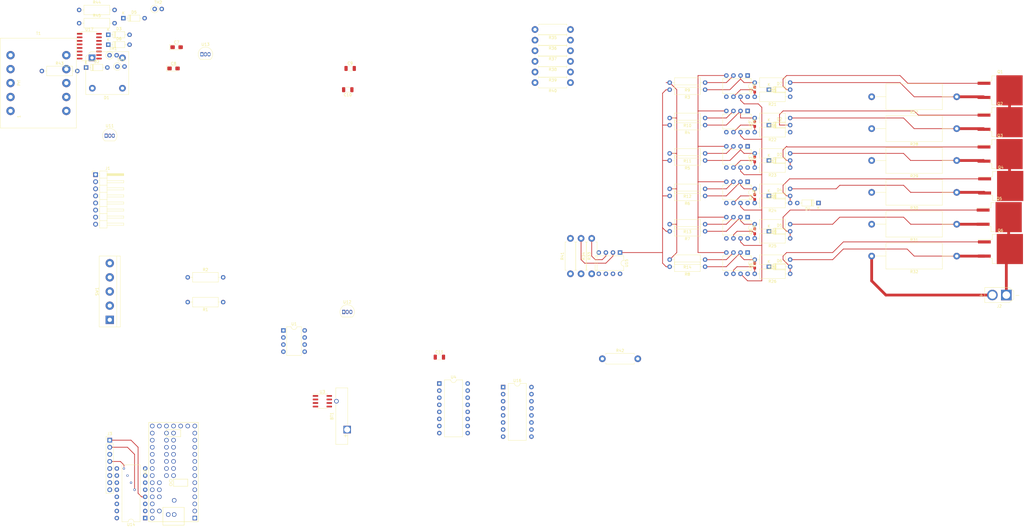
<source format=kicad_pcb>
(kicad_pcb (version 20171130) (host pcbnew "(5.1.10)-1")
  (layers (0 F.Cu signal) (31 B.Cu signal) (34 B.Paste user) (35 F.Paste user) (36 B.SilkS user) (37 F.SilkS user) (38 B.Mask user) (39 F.Mask user) (44 Edge.Cuts user))
  (net 0 "")
  (net 1 GND)
  (net 2 "Net-(BT1-Pad1)")
  (net 3 "Net-(C1-Pad2)")
  (net 4 "Net-(C1-Pad1)")
  (net 5 "Net-(C2-Pad2)")
  (net 6 "Net-(C2-Pad1)")
  (net 7 "Net-(C3-Pad2)")
  (net 8 "Net-(C3-Pad1)")
  (net 9 "Net-(C4-Pad2)")
  (net 10 "Net-(C4-Pad1)")
  (net 11 "Net-(C5-Pad2)")
  (net 12 "Net-(C5-Pad1)")
  (net 13 "Net-(C6-Pad2)")
  (net 14 "Net-(C6-Pad1)")
  (net 15 "Net-(C7-Pad1)")
  (net 16 "Net-(C8-Pad1)")
  (net 17 +12V)
  (net 18 -12V)
  (net 19 +5V)
  (net 20 "Net-(D1-Pad2)")
  (net 21 "Net-(D1-Pad1)")
  (net 22 "Net-(D2-Pad2)")
  (net 23 "Net-(D2-Pad1)")
  (net 24 "Net-(D3-Pad2)")
  (net 25 "Net-(D3-Pad1)")
  (net 26 "Net-(D4-Pad2)")
  (net 27 "Net-(D4-Pad1)")
  (net 28 "Net-(D5-Pad2)")
  (net 29 "Net-(D5-Pad1)")
  (net 30 "Net-(D6-Pad2)")
  (net 31 "Net-(D6-Pad1)")
  (net 32 "Net-(D7-Pad2)")
  (net 33 "Net-(J1-Pad8)")
  (net 34 "Net-(J1-Pad7)")
  (net 35 "Net-(J1-Pad6)")
  (net 36 "Net-(J1-Pad5)")
  (net 37 "Net-(J1-Pad4)")
  (net 38 "Net-(J1-Pad3)")
  (net 39 "Net-(J1-Pad2)")
  (net 40 "Net-(J1-Pad1)")
  (net 41 "Net-(J2-Pad1)")
  (net 42 "Net-(Q1-Pad3)")
  (net 43 "Net-(Q2-Pad3)")
  (net 44 "Net-(Q3-Pad3)")
  (net 45 "Net-(Q4-Pad3)")
  (net 46 "Net-(Q5-Pad3)")
  (net 47 "Net-(Q6-Pad3)")
  (net 48 "Net-(R1-Pad2)")
  (net 49 "Net-(R1-Pad1)")
  (net 50 "Net-(R3-Pad2)")
  (net 51 "Net-(R9-Pad1)")
  (net 52 "Net-(R10-Pad1)")
  (net 53 "Net-(R11-Pad1)")
  (net 54 "Net-(R12-Pad1)")
  (net 55 "Net-(R13-Pad1)")
  (net 56 "Net-(R14-Pad1)")
  (net 57 "Net-(R33-Pad1)")
  (net 58 "Net-(R34-Pad2)")
  (net 59 "Net-(R35-Pad2)")
  (net 60 "Net-(T1-Pad2)")
  (net 61 "Net-(T1-Pad1)")
  (net 62 "Net-(U1-Pad7)")
  (net 63 "Net-(U1-Pad6)")
  (net 64 "Net-(U1-Pad2)")
  (net 65 "Net-(U1-Pad5)")
  (net 66 "Net-(U1-Pad1)")
  (net 67 "Net-(U2-Pad32)")
  (net 68 "Net-(U2-Pad31)")
  (net 69 "Net-(U2-Pad30)")
  (net 70 "Net-(U2-Pad29)")
  (net 71 "Net-(U2-Pad28)")
  (net 72 "Net-(U2-Pad27)")
  (net 73 "Net-(SW1-PadS2)")
  (net 74 "Net-(U2-Pad23)")
  (net 75 "Net-(U2-Pad22)")
  (net 76 "Net-(U2-Pad53)")
  (net 77 "Net-(U2-Pad21)")
  (net 78 "Net-(U2-Pad52)")
  (net 79 "Net-(U2-Pad20)")
  (net 80 "Net-(U2-Pad51)")
  (net 81 "Net-(U2-Pad18)")
  (net 82 "Net-(U2-Pad17)")
  (net 83 "Net-(U2-Pad16)")
  (net 84 "Net-(U2-Pad47)")
  (net 85 "Net-(U2-Pad46)")
  (net 86 "Net-(U15-Pad7)")
  (net 87 "Net-(U2-Pad44)")
  (net 88 "Net-(U2-Pad43)")
  (net 89 "Net-(U2-Pad42)")
  (net 90 "Net-(U2-Pad40)")
  (net 91 "Net-(U2-Pad39)")
  (net 92 "Net-(U2-Pad7)")
  (net 93 "Net-(U2-Pad38)")
  (net 94 "Net-(SW1-PadA)")
  (net 95 /Load_on_off)
  (net 96 "Net-(U2-Pad36)")
  (net 97 "Net-(SW1-PadB)")
  (net 98 "Net-(U2-Pad35)")
  (net 99 "Net-(U2-Pad3)")
  (net 100 "Net-(U2-Pad34)")
  (net 101 "Net-(U2-Pad2)")
  (net 102 "Net-(U2-Pad33)")
  (net 103 "Net-(U3-Pad7)")
  (net 104 "Net-(U4-Pad13)")
  (net 105 "Net-(U5-Pad8)")
  (net 106 "Net-(U5-Pad5)")
  (net 107 "Net-(U5-Pad1)")
  (net 108 "Net-(U6-Pad8)")
  (net 109 "Net-(U6-Pad5)")
  (net 110 "Net-(U6-Pad1)")
  (net 111 "Net-(U7-Pad8)")
  (net 112 "Net-(U7-Pad5)")
  (net 113 "Net-(U7-Pad1)")
  (net 114 "Net-(U8-Pad8)")
  (net 115 "Net-(U8-Pad5)")
  (net 116 "Net-(U8-Pad1)")
  (net 117 "Net-(U9-Pad8)")
  (net 118 "Net-(U9-Pad5)")
  (net 119 "Net-(U9-Pad1)")
  (net 120 "Net-(U10-Pad8)")
  (net 121 "Net-(U10-Pad5)")
  (net 122 "Net-(U10-Pad1)")
  (net 123 "Net-(U14-Pad13)")
  (net 124 "Net-(R42-Pad2)")
  (net 125 "Net-(R42-Pad1)")
  (net 126 "Net-(U2-Pad8)")
  (net 127 "Net-(U2-Pad9)")
  (net 128 "Net-(U2-Pad10)")
  (net 129 "Net-(U2-Pad11)")
  (net 130 "Net-(U2-Pad12)")
  (net 131 "Net-(U2-Pad13)")
  (net 132 "Net-(U2-Pad14)")
  (net 133 "Net-(U2-Pad15)")
  (net 134 /onl2)
  (net 135 /onl3)
  (net 136 /onl4)
  (net 137 /onl5)
  (net 138 /onl6)
  (net 139 /onl1)
  (net 140 /keyb7)
  (net 141 /keyb6)
  (net 142 /keyb5)
  (net 143 /keyb4)
  (net 144 /keyb3)
  (net 145 /keyb2)
  (net 146 /keyb1)
  (net 147 /keyb0)
  (net 148 "Net-(R43-Pad2)")
  (net 149 "Net-(R44-Pad2)")
  (net 150 "Net-(R45-Pad2)")
  (net 151 /lcd3)
  (net 152 /lcd2)
  (net 153 /lcd1)
  (net 154 /lcd7)
  (net 155 /lcd0)
  (net 156 /lcd6)
  (net 157 /lcd5)
  (net 158 /lcd4)
  (net 159 "Net-(U16-Pad13)")
  (net 160 "Net-(U16-Pad12)")
  (net 161 "Net-(U16-Pad11)")
  (net 162 "Net-(U17-Pad15)")
  (net 163 "Net-(U17-Pad14)")
  (net 164 "Net-(U17-Pad13)")
  (net 165 "Net-(U17-Pad12)")
  (net 166 "Net-(U17-Pad11)")
  (net 167 "Net-(U17-Pad4)")
  (module Package_SO:SO-16_5.3x10.2mm_P1.27mm (layer F.Cu) (at 18.075001 14.875001)
    (fp_text reference U17 (at 0 -6.05) (layer F.SilkS))
    (fp_text value PCF8591)
    (pad 16 smd roundrect (at 3.4625 -4.445) (size 1.975 0.6) (layers F.Cu F.Paste F.Mask) (net 19 +5V))
    (pad 15 smd roundrect (at 3.4625 -3.175) (size 1.975 0.6) (layers F.Cu F.Paste F.Mask) (net 162 "Net-(U17-Pad15)"))
    (pad 14 smd roundrect (at 3.4625 -1.905) (size 1.975 0.6) (layers F.Cu F.Paste F.Mask) (net 163 "Net-(U17-Pad14)"))
    (pad 13 smd roundrect (at 3.4625 -0.635) (size 1.975 0.6) (layers F.Cu F.Paste F.Mask) (net 164 "Net-(U17-Pad13)"))
    (pad 12 smd roundrect (at 3.4625 0.635) (size 1.975 0.6) (layers F.Cu F.Paste F.Mask) (net 165 "Net-(U17-Pad12)"))
    (pad 11 smd roundrect (at 3.4625 1.905) (size 1.975 0.6) (layers F.Cu F.Paste F.Mask) (net 166 "Net-(U17-Pad11)"))
    (pad 10 smd roundrect (at 3.4625 3.175) (size 1.975 0.6) (layers F.Cu F.Paste F.Mask) (net 63 "Net-(U1-Pad6)"))
    (pad 9 smd roundrect (at 3.4625 4.445) (size 1.975 0.6) (layers F.Cu F.Paste F.Mask) (net 65 "Net-(U1-Pad5)"))
    (pad 8 smd roundrect (at -3.4625 4.445) (size 1.975 0.6) (layers F.Cu F.Paste F.Mask) (net 1 GND))
    (pad 7 smd roundrect (at -3.4625 3.175) (size 1.975 0.6) (layers F.Cu F.Paste F.Mask) (net 1 GND))
    (pad 6 smd roundrect (at -3.4625 1.905) (size 1.975 0.6) (layers F.Cu F.Paste F.Mask) (net 1 GND))
    (pad 5 smd roundrect (at -3.4625 0.635) (size 1.975 0.6) (layers F.Cu F.Paste F.Mask) (net 1 GND))
    (pad 4 smd roundrect (at -3.4625 -0.635) (size 1.975 0.6) (layers F.Cu F.Paste F.Mask) (net 167 "Net-(U17-Pad4)"))
    (pad 3 smd roundrect (at -3.4625 -1.905) (size 1.975 0.6) (layers F.Cu F.Paste F.Mask) (net 148 "Net-(R43-Pad2)"))
    (pad 2 smd roundrect (at -3.4625 -3.175) (size 1.975 0.6) (layers F.Cu F.Paste F.Mask) (net 149 "Net-(R44-Pad2)"))
    (pad 1 smd roundrect (at -3.4625 -4.445) (size 1.975 0.6) (layers F.Cu F.Paste F.Mask) (net 150 "Net-(R45-Pad2)"))
  )
  (module Package_DIP:DIP-16_W10.16mm (layer F.Cu) (at 166.37 137.16)
    (fp_text reference U16 (at 5.08 -2.33) (layer F.SilkS))
    (fp_text value PCF8574)
    (pad 16 thru_hole oval (at 10.16 0) (size 1.6 1.6) (drill 0.8) (layers *.Cu *.Mask) (net 19 +5V))
    (pad 8 thru_hole oval (at 0 17.78) (size 1.6 1.6) (drill 0.8) (layers *.Cu *.Mask) (net 1 GND))
    (pad 15 thru_hole oval (at 10.16 2.54) (size 1.6 1.6) (drill 0.8) (layers *.Cu *.Mask) (net 65 "Net-(U1-Pad5)"))
    (pad 7 thru_hole oval (at 0 15.24) (size 1.6 1.6) (drill 0.8) (layers *.Cu *.Mask) (net 136 /onl4))
    (pad 14 thru_hole oval (at 10.16 5.08) (size 1.6 1.6) (drill 0.8) (layers *.Cu *.Mask) (net 63 "Net-(U1-Pad6)"))
    (pad 6 thru_hole oval (at 0 12.7) (size 1.6 1.6) (drill 0.8) (layers *.Cu *.Mask) (net 135 /onl3))
    (pad 13 thru_hole oval (at 10.16 7.62) (size 1.6 1.6) (drill 0.8) (layers *.Cu *.Mask) (net 159 "Net-(U16-Pad13)"))
    (pad 5 thru_hole oval (at 0 10.16) (size 1.6 1.6) (drill 0.8) (layers *.Cu *.Mask) (net 134 /onl2))
    (pad 12 thru_hole oval (at 10.16 10.16) (size 1.6 1.6) (drill 0.8) (layers *.Cu *.Mask) (net 160 "Net-(U16-Pad12)"))
    (pad 4 thru_hole oval (at 0 7.62) (size 1.6 1.6) (drill 0.8) (layers *.Cu *.Mask) (net 139 /onl1))
    (pad 11 thru_hole oval (at 10.16 12.7) (size 1.6 1.6) (drill 0.8) (layers *.Cu *.Mask) (net 161 "Net-(U16-Pad11)"))
    (pad 3 thru_hole oval (at 0 5.08) (size 1.6 1.6) (drill 0.8) (layers *.Cu *.Mask) (net 1 GND))
    (pad 10 thru_hole oval (at 10.16 15.24) (size 1.6 1.6) (drill 0.8) (layers *.Cu *.Mask) (net 138 /onl6))
    (pad 2 thru_hole oval (at 0 2.54) (size 1.6 1.6) (drill 0.8) (layers *.Cu *.Mask) (net 19 +5V))
    (pad 9 thru_hole oval (at 10.16 17.78) (size 1.6 1.6) (drill 0.8) (layers *.Cu *.Mask) (net 137 /onl5))
    (pad 1 thru_hole rect (at 0 0) (size 1.6 1.6) (drill 0.8) (layers *.Cu *.Mask) (net 1 GND))
  )
  (module Resistor_THT:R_Axial_DIN0207_L6.3mm_D2.5mm_P2.54mm_Vertical (layer F.Cu) (at 28.145001 22.175001)
    (fp_text reference TH3 (at 1.27 -2.37) (layer F.SilkS))
    (fp_text value Thermistor)
    (pad 2 thru_hole oval (at 2.54 0) (size 1.6 1.6) (drill 0.8) (layers *.Cu *.Mask) (net 1 GND))
    (pad 1 thru_hole circle (at 0 0) (size 1.6 1.6) (drill 0.8) (layers *.Cu *.Mask) (net 150 "Net-(R45-Pad2)"))
  )
  (module Resistor_THT:R_Axial_DIN0207_L6.3mm_D2.5mm_P2.54mm_Vertical (layer F.Cu) (at 41.495001 1.525001)
    (fp_text reference TH2 (at 1.27 -2.37) (layer F.SilkS))
    (fp_text value Thermistor)
    (pad 2 thru_hole oval (at 2.54 0) (size 1.6 1.6) (drill 0.8) (layers *.Cu *.Mask) (net 1 GND))
    (pad 1 thru_hole circle (at 0 0) (size 1.6 1.6) (drill 0.8) (layers *.Cu *.Mask) (net 149 "Net-(R44-Pad2)"))
  )
  (module Resistor_THT:R_Axial_DIN0207_L6.3mm_D2.5mm_P2.54mm_Vertical (layer F.Cu) (at 25.325001 18.125001)
    (fp_text reference TH1 (at 1.27 -2.37) (layer F.SilkS))
    (fp_text value Thermistor)
    (pad 2 thru_hole oval (at 2.54 0) (size 1.6 1.6) (drill 0.8) (layers *.Cu *.Mask) (net 1 GND))
    (pad 1 thru_hole circle (at 0 0) (size 1.6 1.6) (drill 0.8) (layers *.Cu *.Mask) (net 148 "Net-(R43-Pad2)"))
  )
  (module Resistor_THT:R_Axial_DIN0309_L9.0mm_D3.2mm_P12.70mm_Horizontal (layer F.Cu) (at 14.425001 6.625001)
    (fp_text reference R45 (at 6.35 -2.72) (layer F.SilkS))
    (fp_text value 2k)
    (pad 2 thru_hole oval (at 12.7 0) (size 1.6 1.6) (drill 0.8) (layers *.Cu *.Mask) (net 150 "Net-(R45-Pad2)"))
    (pad 1 thru_hole circle (at 0 0) (size 1.6 1.6) (drill 0.8) (layers *.Cu *.Mask) (net 19 +5V))
  )
  (module Resistor_THT:R_Axial_DIN0309_L9.0mm_D3.2mm_P12.70mm_Horizontal (layer F.Cu) (at 14.425001 1.875001)
    (fp_text reference R44 (at 6.35 -2.72) (layer F.SilkS))
    (fp_text value 2k)
    (pad 2 thru_hole oval (at 12.7 0) (size 1.6 1.6) (drill 0.8) (layers *.Cu *.Mask) (net 149 "Net-(R44-Pad2)"))
    (pad 1 thru_hole circle (at 0 0) (size 1.6 1.6) (drill 0.8) (layers *.Cu *.Mask) (net 19 +5V))
  )
  (module Resistor_THT:R_Axial_DIN0309_L9.0mm_D3.2mm_P12.70mm_Horizontal (layer F.Cu) (at 1.075001 23.775001)
    (fp_text reference R43 (at 6.35 -2.72) (layer F.SilkS))
    (fp_text value 2k)
    (pad 2 thru_hole oval (at 12.7 0) (size 1.6 1.6) (drill 0.8) (layers *.Cu *.Mask) (net 148 "Net-(R43-Pad2)"))
    (pad 1 thru_hole circle (at 0 0) (size 1.6 1.6) (drill 0.8) (layers *.Cu *.Mask) (net 19 +5V))
  )
  (module Diode_THT:D_DO-35_SOD27_P7.62mm_Horizontal (layer F.Cu) (at 24.875001 14.325001)
    (fp_text reference D6 (at 3.81 -2.12) (layer F.SilkS))
    (fp_text value 1N4148)
    (fp_text user K (at 0 -1.8) (layer F.SilkS))
    (pad 2 thru_hole oval (at 7.62 0) (size 1.6 1.6) (drill 0.8) (layers *.Cu *.Mask) (net 30 "Net-(D6-Pad2)"))
    (pad 1 thru_hole rect (at 0 0) (size 1.6 1.6) (drill 0.8) (layers *.Cu *.Mask) (net 138 /onl6))
  )
  (module Diode_THT:D_DO-35_SOD27_P7.62mm_Horizontal (layer F.Cu) (at 30.275001 4.825001)
    (fp_text reference D5 (at 3.81 -2.12) (layer F.SilkS))
    (fp_text value 1N4148)
    (fp_text user K (at 0 -1.8) (layer F.SilkS))
    (pad 2 thru_hole oval (at 7.62 0) (size 1.6 1.6) (drill 0.8) (layers *.Cu *.Mask) (net 28 "Net-(D5-Pad2)"))
    (pad 1 thru_hole rect (at 0 0) (size 1.6 1.6) (drill 0.8) (layers *.Cu *.Mask) (net 137 /onl5))
  )
  (module Diode_THT:D_DO-35_SOD27_P7.62mm_Horizontal (layer F.Cu) (at 279.4 71.12 180)
    (fp_text reference D4 (at 3.81 -2.12) (layer F.SilkS))
    (fp_text value 1N4148)
    (fp_text user K (at 0 -1.8) (layer F.SilkS))
    (pad 2 thru_hole oval (at 7.62 0 180) (size 1.6 1.6) (drill 0.8) (layers *.Cu *.Mask) (net 26 "Net-(D4-Pad2)"))
    (pad 1 thru_hole rect (at 0 0 180) (size 1.6 1.6) (drill 0.8) (layers *.Cu *.Mask) (net 136 /onl4))
  )
  (module Diode_THT:D_DO-35_SOD27_P7.62mm_Horizontal (layer F.Cu) (at 24.875001 10.775001)
    (fp_text reference D3 (at 3.81 -2.12) (layer F.SilkS))
    (fp_text value 1N4148)
    (fp_text user K (at 0 -1.8) (layer F.SilkS))
    (pad 2 thru_hole oval (at 7.62 0) (size 1.6 1.6) (drill 0.8) (layers *.Cu *.Mask) (net 24 "Net-(D3-Pad2)"))
    (pad 1 thru_hole rect (at 0 0) (size 1.6 1.6) (drill 0.8) (layers *.Cu *.Mask) (net 135 /onl3))
  )
  (module Diode_THT:D_DO-35_SOD27_P7.62mm_Horizontal (layer F.Cu) (at 16.925001 22.525001)
    (fp_text reference D2 (at 3.81 -2.12) (layer F.SilkS))
    (fp_text value 1N4148)
    (fp_text user K (at 0 -1.8) (layer F.SilkS))
    (pad 2 thru_hole oval (at 7.62 0) (size 1.6 1.6) (drill 0.8) (layers *.Cu *.Mask) (net 22 "Net-(D2-Pad2)"))
    (pad 1 thru_hole rect (at 0 0) (size 1.6 1.6) (drill 0.8) (layers *.Cu *.Mask) (net 134 /onl2))
  )
  (module Connector_PinHeader_2.54mm:PinHeader_1x08_P2.54mm_Vertical (layer F.Cu) (at 25.4 156.21)
    (fp_text reference J3 (at 0 -2.33) (layer F.SilkS))
    (fp_text value Conn_01x08_Male)
    (pad 8 thru_hole oval (at 0 17.78) (size 1.7 1.7) (drill 1) (layers *.Cu *.Mask) (net 140 /keyb7))
    (pad 7 thru_hole oval (at 0 15.24) (size 1.7 1.7) (drill 1) (layers *.Cu *.Mask) (net 141 /keyb6))
    (pad 6 thru_hole oval (at 0 12.7) (size 1.7 1.7) (drill 1) (layers *.Cu *.Mask) (net 142 /keyb5))
    (pad 5 thru_hole oval (at 0 10.16) (size 1.7 1.7) (drill 1) (layers *.Cu *.Mask) (net 143 /keyb4))
    (pad 4 thru_hole oval (at 0 7.62) (size 1.7 1.7) (drill 1) (layers *.Cu *.Mask) (net 144 /keyb3))
    (pad 3 thru_hole oval (at 0 5.08) (size 1.7 1.7) (drill 1) (layers *.Cu *.Mask) (net 145 /keyb2))
    (pad 2 thru_hole oval (at 0 2.54) (size 1.7 1.7) (drill 1) (layers *.Cu *.Mask) (net 146 /keyb1))
    (pad 1 thru_hole rect (at 0 0) (size 1.7 1.7) (drill 1) (layers *.Cu *.Mask) (net 147 /keyb0))
  )
  (module teensy:Teensy30_31_32_All_Pins (layer F.Cu) (at 48.26 167.64 90)
    (fp_text reference U2 (at 0 -10.16 90) (layer F.SilkS))
    (fp_text value Teensy3.2)
    (pad 54 thru_hole circle (at -1.27 0 90) (size 1.6 1.6) (drill 1.1) (layers *.Cu *.Mask) (net 43 "Net-(Q2-Pad3)"))
    (pad 53 thru_hole circle (at 1.27 0 90) (size 1.6 1.6) (drill 1.1) (layers *.Cu *.Mask) (net 76 "Net-(U2-Pad53)"))
    (pad 38 thru_hole circle (at -10.16 0.23 90) (size 1.6 1.6) (drill 1.1) (layers *.Cu *.Mask) (net 93 "Net-(U2-Pad38)"))
    (pad 52 thru_hole circle (at 3.81 0 90) (size 1.6 1.6) (drill 1.1) (layers *.Cu *.Mask) (net 78 "Net-(U2-Pad52)"))
    (pad 41 thru_hole circle (at -1.27 -2.54 90) (size 1.6 1.6) (drill 1.1) (layers *.Cu *.Mask) (net 44 "Net-(Q3-Pad3)"))
    (pad 42 thru_hole circle (at 1.27 -2.54 90) (size 1.6 1.6) (drill 1.1) (layers *.Cu *.Mask) (net 89 "Net-(U2-Pad42)"))
    (pad 51 thru_hole circle (at 6.35 0 90) (size 1.6 1.6) (drill 1.1) (layers *.Cu *.Mask) (net 80 "Net-(U2-Pad51)"))
    (pad 43 thru_hole circle (at 3.81 -2.54 90) (size 1.6 1.6) (drill 1.1) (layers *.Cu *.Mask) (net 88 "Net-(U2-Pad43)"))
    (pad 50 thru_hole circle (at 8.89 0 90) (size 1.6 1.6) (drill 1.1) (layers *.Cu *.Mask) (net 45 "Net-(Q4-Pad3)"))
    (pad 49 thru_hole circle (at 11.43 0 90) (size 1.6 1.6) (drill 1.1) (layers *.Cu *.Mask) (net 46 "Net-(Q5-Pad3)"))
    (pad 44 thru_hole circle (at 6.35 -2.54 180) (size 1.6 1.6) (drill 1.1) (layers *.Cu *.Mask) (net 87 "Net-(U2-Pad44)"))
    (pad 45 thru_hole circle (at 8.89 -2.54 90) (size 1.6 1.6) (drill 1.1) (layers *.Cu *.Mask) (net 86 "Net-(U15-Pad7)"))
    (pad 48 thru_hole circle (at 13.97 0 90) (size 1.6 1.6) (drill 1.1) (layers *.Cu *.Mask) (net 47 "Net-(Q6-Pad3)"))
    (pad 47 thru_hole circle (at 13.97 -2.54 90) (size 1.6 1.6) (drill 1.1) (layers *.Cu *.Mask) (net 84 "Net-(U2-Pad47)"))
    (pad 46 thru_hole circle (at 11.43 -2.54 90) (size 1.6 1.6) (drill 1.1) (layers *.Cu *.Mask) (net 85 "Net-(U2-Pad46)"))
    (pad 40 thru_hole circle (at -15.24 -1.9 90) (size 1.6 1.6) (drill 1.1) (layers *.Cu *.Mask) (net 90 "Net-(U2-Pad40)"))
    (pad 39 thru_hole circle (at -15.24 0.23 90) (size 1.6 1.6) (drill 1.1) (layers *.Cu *.Mask) (net 91 "Net-(U2-Pad39)"))
    (pad 1 thru_hole rect (at -16.51 7.62 90) (size 1.6 1.6) (drill 1.1) (layers *.Cu *.Mask) (net 1 GND))
    (pad 2 thru_hole circle (at -13.97 7.62 90) (size 1.6 1.6) (drill 1.1) (layers *.Cu *.Mask) (net 101 "Net-(U2-Pad2)"))
    (pad 3 thru_hole circle (at -11.43 7.62 90) (size 1.6 1.6) (drill 1.1) (layers *.Cu *.Mask) (net 99 "Net-(U2-Pad3)"))
    (pad 4 thru_hole circle (at -8.89 7.62 90) (size 1.6 1.6) (drill 1.1) (layers *.Cu *.Mask) (net 97 "Net-(SW1-PadB)"))
    (pad 5 thru_hole circle (at -6.35 7.62 90) (size 1.6 1.6) (drill 1.1) (layers *.Cu *.Mask) (net 95 /Load_on_off))
    (pad 6 thru_hole circle (at -3.81 7.62 90) (size 1.6 1.6) (drill 1.1) (layers *.Cu *.Mask) (net 94 "Net-(SW1-PadA)"))
    (pad 7 thru_hole circle (at -1.27 7.62 90) (size 1.6 1.6) (drill 1.1) (layers *.Cu *.Mask) (net 92 "Net-(U2-Pad7)"))
    (pad 8 thru_hole circle (at 1.27 7.62 90) (size 1.6 1.6) (drill 1.1) (layers *.Cu *.Mask) (net 126 "Net-(U2-Pad8)"))
    (pad 9 thru_hole circle (at 3.81 7.62 90) (size 1.6 1.6) (drill 1.1) (layers *.Cu *.Mask) (net 127 "Net-(U2-Pad9)"))
    (pad 10 thru_hole circle (at 6.35 7.62 90) (size 1.6 1.6) (drill 1.1) (layers *.Cu *.Mask) (net 128 "Net-(U2-Pad10)"))
    (pad 11 thru_hole circle (at 8.89 7.62 90) (size 1.6 1.6) (drill 1.1) (layers *.Cu *.Mask) (net 129 "Net-(U2-Pad11)"))
    (pad 12 thru_hole circle (at 11.43 7.62 90) (size 1.6 1.6) (drill 1.1) (layers *.Cu *.Mask) (net 130 "Net-(U2-Pad12)"))
    (pad 13 thru_hole circle (at 13.97 7.62 90) (size 1.6 1.6) (drill 1.1) (layers *.Cu *.Mask) (net 131 "Net-(U2-Pad13)"))
    (pad 37 thru_hole circle (at -3.81 -5.08 90) (size 1.6 1.6) (drill 1.1) (layers *.Cu *.Mask) (net 42 "Net-(Q1-Pad3)"))
    (pad 36 thru_hole circle (at -6.35 -5.08 90) (size 1.6 1.6) (drill 1.1) (layers *.Cu *.Mask) (net 96 "Net-(U2-Pad36)"))
    (pad 35 thru_hole circle (at -8.89 -5.08 90) (size 1.6 1.6) (drill 1.1) (layers *.Cu *.Mask) (net 98 "Net-(U2-Pad35)"))
    (pad 34 thru_hole circle (at -13.97 -5.08 90) (size 1.6 1.6) (drill 1.1) (layers *.Cu *.Mask) (net 100 "Net-(U2-Pad34)"))
    (pad 33 thru_hole circle (at -16.51 -7.62 90) (size 1.6 1.6) (drill 1.1) (layers *.Cu *.Mask) (net 102 "Net-(U2-Pad33)"))
    (pad 32 thru_hole circle (at -13.97 -7.62 90) (size 1.6 1.6) (drill 1.1) (layers *.Cu *.Mask) (net 67 "Net-(U2-Pad32)"))
    (pad 31 thru_hole circle (at -11.43 -7.62 90) (size 1.6 1.6) (drill 1.1) (layers *.Cu *.Mask) (net 68 "Net-(U2-Pad31)"))
    (pad 30 thru_hole circle (at -8.89 -7.62 90) (size 1.6 1.6) (drill 1.1) (layers *.Cu *.Mask) (net 69 "Net-(U2-Pad30)"))
    (pad 29 thru_hole circle (at -6.35 -7.62 90) (size 1.6 1.6) (drill 1.1) (layers *.Cu *.Mask) (net 70 "Net-(U2-Pad29)"))
    (pad 28 thru_hole circle (at -3.81 -7.62 90) (size 1.6 1.6) (drill 1.1) (layers *.Cu *.Mask) (net 71 "Net-(U2-Pad28)"))
    (pad 27 thru_hole circle (at -1.27 -7.62 90) (size 1.6 1.6) (drill 1.1) (layers *.Cu *.Mask) (net 72 "Net-(U2-Pad27)"))
    (pad 26 thru_hole circle (at 1.27 -7.62 90) (size 1.6 1.6) (drill 1.1) (layers *.Cu *.Mask) (net 63 "Net-(U1-Pad6)"))
    (pad 25 thru_hole circle (at 3.81 -7.62 90) (size 1.6 1.6) (drill 1.1) (layers *.Cu *.Mask) (net 65 "Net-(U1-Pad5)"))
    (pad 24 thru_hole circle (at 6.35 -7.62 90) (size 1.6 1.6) (drill 1.1) (layers *.Cu *.Mask) (net 73 "Net-(SW1-PadS2)"))
    (pad 23 thru_hole circle (at 8.89 -7.62 90) (size 1.6 1.6) (drill 1.1) (layers *.Cu *.Mask) (net 74 "Net-(U2-Pad23)"))
    (pad 22 thru_hole circle (at 11.43 -7.62 90) (size 1.6 1.6) (drill 1.1) (layers *.Cu *.Mask) (net 75 "Net-(U2-Pad22)"))
    (pad 21 thru_hole circle (at 13.97 -7.62 90) (size 1.6 1.6) (drill 1.1) (layers *.Cu *.Mask) (net 77 "Net-(U2-Pad21)"))
    (pad 14 thru_hole circle (at 16.51 7.62 90) (size 1.6 1.6) (drill 1.1) (layers *.Cu *.Mask) (net 132 "Net-(U2-Pad14)"))
    (pad 15 thru_hole circle (at 16.51 5.08 90) (size 1.6 1.6) (drill 1.1) (layers *.Cu *.Mask) (net 133 "Net-(U2-Pad15)"))
    (pad 16 thru_hole circle (at 16.51 2.54 90) (size 1.6 1.6) (drill 1.1) (layers *.Cu *.Mask) (net 83 "Net-(U2-Pad16)"))
    (pad 20 thru_hole circle (at 16.51 -7.62 90) (size 1.6 1.6) (drill 1.1) (layers *.Cu *.Mask) (net 79 "Net-(U2-Pad20)"))
    (pad 19 thru_hole circle (at 16.51 -5.08 90) (size 1.6 1.6) (drill 1.1) (layers *.Cu *.Mask) (net 49 "Net-(R1-Pad1)"))
    (pad 18 thru_hole circle (at 16.51 -2.54 90) (size 1.6 1.6) (drill 1.1) (layers *.Cu *.Mask) (net 81 "Net-(U2-Pad18)"))
    (pad 17 thru_hole circle (at 16.51 0 90) (size 1.6 1.6) (drill 1.1) (layers *.Cu *.Mask) (net 82 "Net-(U2-Pad17)"))
  )
  (module Resistor_THT:R_Axial_DIN0411_L9.9mm_D3.6mm_P12.70mm_Horizontal (layer F.Cu) (at 201.93 127)
    (fp_text reference R42 (at 6.35 -2.92) (layer F.SilkS))
    (fp_text value 10k)
    (pad 2 thru_hole oval (at 12.7 0) (size 2.4 2.4) (drill 1.2) (layers *.Cu *.Mask) (net 124 "Net-(R42-Pad2)"))
    (pad 1 thru_hole circle (at 0 0) (size 2.4 2.4) (drill 1.2) (layers *.Cu *.Mask) (net 125 "Net-(R42-Pad1)"))
  )
  (module Package_DIP:DIP-8_W7.62mm (layer F.Cu) (at 208.28 88.9 270)
    (fp_text reference U15 (at 3.81 -2.33 90) (layer F.SilkS))
    (fp_text value LM358)
    (pad 8 thru_hole oval (at 7.62 0 270) (size 1.6 1.6) (drill 0.8) (layers *.Cu *.Mask))
    (pad 4 thru_hole oval (at 0 7.62 270) (size 1.6 1.6) (drill 0.8) (layers *.Cu *.Mask))
    (pad 7 thru_hole oval (at 7.62 2.54 270) (size 1.6 1.6) (drill 0.8) (layers *.Cu *.Mask) (net 86 "Net-(U15-Pad7)"))
    (pad 3 thru_hole oval (at 0 5.08 270) (size 1.6 1.6) (drill 0.8) (layers *.Cu *.Mask) (net 58 "Net-(R34-Pad2)"))
    (pad 6 thru_hole oval (at 7.62 5.08 270) (size 1.6 1.6) (drill 0.8) (layers *.Cu *.Mask) (net 124 "Net-(R42-Pad2)"))
    (pad 2 thru_hole oval (at 0 2.54 270) (size 1.6 1.6) (drill 0.8) (layers *.Cu *.Mask) (net 57 "Net-(R33-Pad1)"))
    (pad 5 thru_hole oval (at 7.62 7.62 270) (size 1.6 1.6) (drill 0.8) (layers *.Cu *.Mask) (net 59 "Net-(R35-Pad2)"))
    (pad 1 thru_hole rect (at 0 0 270) (size 1.6 1.6) (drill 0.8) (layers *.Cu *.Mask) (net 50 "Net-(R3-Pad2)"))
  )
  (module Package_DIP:DIP-8_W7.62mm (layer F.Cu) (at 254 88.9 270)
    (fp_text reference U10 (at 3.81 -2.33 90) (layer F.SilkS))
    (fp_text value LF356)
    (pad 8 thru_hole oval (at 7.62 0 270) (size 1.6 1.6) (drill 0.8) (layers *.Cu *.Mask) (net 120 "Net-(U10-Pad8)"))
    (pad 4 thru_hole oval (at 0 7.62 270) (size 1.6 1.6) (drill 0.8) (layers *.Cu *.Mask) (net 18 -12V))
    (pad 7 thru_hole oval (at 7.62 2.54 270) (size 1.6 1.6) (drill 0.8) (layers *.Cu *.Mask) (net 17 +12V))
    (pad 3 thru_hole oval (at 0 5.08 270) (size 1.6 1.6) (drill 0.8) (layers *.Cu *.Mask) (net 56 "Net-(R14-Pad1)"))
    (pad 6 thru_hole oval (at 7.62 5.08 270) (size 1.6 1.6) (drill 0.8) (layers *.Cu *.Mask) (net 14 "Net-(C6-Pad1)"))
    (pad 2 thru_hole oval (at 0 2.54 270) (size 1.6 1.6) (drill 0.8) (layers *.Cu *.Mask) (net 13 "Net-(C6-Pad2)"))
    (pad 5 thru_hole oval (at 7.62 7.62 270) (size 1.6 1.6) (drill 0.8) (layers *.Cu *.Mask) (net 121 "Net-(U10-Pad5)"))
    (pad 1 thru_hole rect (at 0 0 270) (size 1.6 1.6) (drill 0.8) (layers *.Cu *.Mask) (net 122 "Net-(U10-Pad1)"))
  )
  (module Package_DIP:DIP-8_W7.62mm (layer F.Cu) (at 254 76.2 270)
    (fp_text reference U9 (at 3.81 -2.33 90) (layer F.SilkS))
    (fp_text value LF356)
    (pad 8 thru_hole oval (at 7.62 0 270) (size 1.6 1.6) (drill 0.8) (layers *.Cu *.Mask) (net 117 "Net-(U9-Pad8)"))
    (pad 4 thru_hole oval (at 0 7.62 270) (size 1.6 1.6) (drill 0.8) (layers *.Cu *.Mask) (net 18 -12V))
    (pad 7 thru_hole oval (at 7.62 2.54 270) (size 1.6 1.6) (drill 0.8) (layers *.Cu *.Mask) (net 17 +12V))
    (pad 3 thru_hole oval (at 0 5.08 270) (size 1.6 1.6) (drill 0.8) (layers *.Cu *.Mask) (net 55 "Net-(R13-Pad1)"))
    (pad 6 thru_hole oval (at 7.62 5.08 270) (size 1.6 1.6) (drill 0.8) (layers *.Cu *.Mask) (net 12 "Net-(C5-Pad1)"))
    (pad 2 thru_hole oval (at 0 2.54 270) (size 1.6 1.6) (drill 0.8) (layers *.Cu *.Mask) (net 11 "Net-(C5-Pad2)"))
    (pad 5 thru_hole oval (at 7.62 7.62 270) (size 1.6 1.6) (drill 0.8) (layers *.Cu *.Mask) (net 118 "Net-(U9-Pad5)"))
    (pad 1 thru_hole rect (at 0 0 270) (size 1.6 1.6) (drill 0.8) (layers *.Cu *.Mask) (net 119 "Net-(U9-Pad1)"))
  )
  (module Package_DIP:DIP-8_W7.62mm (layer F.Cu) (at 254 63.5 270)
    (fp_text reference U8 (at 3.81 -2.33 90) (layer F.SilkS))
    (fp_text value LF356)
    (pad 8 thru_hole oval (at 7.62 0 270) (size 1.6 1.6) (drill 0.8) (layers *.Cu *.Mask) (net 114 "Net-(U8-Pad8)"))
    (pad 4 thru_hole oval (at 0 7.62 270) (size 1.6 1.6) (drill 0.8) (layers *.Cu *.Mask) (net 18 -12V))
    (pad 7 thru_hole oval (at 7.62 2.54 270) (size 1.6 1.6) (drill 0.8) (layers *.Cu *.Mask) (net 17 +12V))
    (pad 3 thru_hole oval (at 0 5.08 270) (size 1.6 1.6) (drill 0.8) (layers *.Cu *.Mask) (net 54 "Net-(R12-Pad1)"))
    (pad 6 thru_hole oval (at 7.62 5.08 270) (size 1.6 1.6) (drill 0.8) (layers *.Cu *.Mask) (net 10 "Net-(C4-Pad1)"))
    (pad 2 thru_hole oval (at 0 2.54 270) (size 1.6 1.6) (drill 0.8) (layers *.Cu *.Mask) (net 9 "Net-(C4-Pad2)"))
    (pad 5 thru_hole oval (at 7.62 7.62 270) (size 1.6 1.6) (drill 0.8) (layers *.Cu *.Mask) (net 115 "Net-(U8-Pad5)"))
    (pad 1 thru_hole rect (at 0 0 270) (size 1.6 1.6) (drill 0.8) (layers *.Cu *.Mask) (net 116 "Net-(U8-Pad1)"))
  )
  (module Package_DIP:DIP-8_W7.62mm (layer F.Cu) (at 254 50.8 270)
    (fp_text reference U7 (at 3.81 -2.33 90) (layer F.SilkS))
    (fp_text value LF356)
    (pad 8 thru_hole oval (at 7.62 0 270) (size 1.6 1.6) (drill 0.8) (layers *.Cu *.Mask) (net 111 "Net-(U7-Pad8)"))
    (pad 4 thru_hole oval (at 0 7.62 270) (size 1.6 1.6) (drill 0.8) (layers *.Cu *.Mask) (net 18 -12V))
    (pad 7 thru_hole oval (at 7.62 2.54 270) (size 1.6 1.6) (drill 0.8) (layers *.Cu *.Mask) (net 17 +12V))
    (pad 3 thru_hole oval (at 0 5.08 270) (size 1.6 1.6) (drill 0.8) (layers *.Cu *.Mask) (net 53 "Net-(R11-Pad1)"))
    (pad 6 thru_hole oval (at 7.62 5.08 270) (size 1.6 1.6) (drill 0.8) (layers *.Cu *.Mask) (net 8 "Net-(C3-Pad1)"))
    (pad 2 thru_hole oval (at 0 2.54 270) (size 1.6 1.6) (drill 0.8) (layers *.Cu *.Mask) (net 7 "Net-(C3-Pad2)"))
    (pad 5 thru_hole oval (at 7.62 7.62 270) (size 1.6 1.6) (drill 0.8) (layers *.Cu *.Mask) (net 112 "Net-(U7-Pad5)"))
    (pad 1 thru_hole rect (at 0 0 270) (size 1.6 1.6) (drill 0.8) (layers *.Cu *.Mask) (net 113 "Net-(U7-Pad1)"))
  )
  (module Package_DIP:DIP-8_W7.62mm (layer F.Cu) (at 254 38.1 270)
    (fp_text reference U6 (at 3.81 -2.33 90) (layer F.SilkS))
    (fp_text value LF356)
    (pad 8 thru_hole oval (at 7.62 0 270) (size 1.6 1.6) (drill 0.8) (layers *.Cu *.Mask) (net 108 "Net-(U6-Pad8)"))
    (pad 4 thru_hole oval (at 0 7.62 270) (size 1.6 1.6) (drill 0.8) (layers *.Cu *.Mask) (net 18 -12V))
    (pad 7 thru_hole oval (at 7.62 2.54 270) (size 1.6 1.6) (drill 0.8) (layers *.Cu *.Mask) (net 17 +12V))
    (pad 3 thru_hole oval (at 0 5.08 270) (size 1.6 1.6) (drill 0.8) (layers *.Cu *.Mask) (net 52 "Net-(R10-Pad1)"))
    (pad 6 thru_hole oval (at 7.62 5.08 270) (size 1.6 1.6) (drill 0.8) (layers *.Cu *.Mask) (net 6 "Net-(C2-Pad1)"))
    (pad 2 thru_hole oval (at 0 2.54 270) (size 1.6 1.6) (drill 0.8) (layers *.Cu *.Mask) (net 5 "Net-(C2-Pad2)"))
    (pad 5 thru_hole oval (at 7.62 7.62 270) (size 1.6 1.6) (drill 0.8) (layers *.Cu *.Mask) (net 109 "Net-(U6-Pad5)"))
    (pad 1 thru_hole rect (at 0 0 270) (size 1.6 1.6) (drill 0.8) (layers *.Cu *.Mask) (net 110 "Net-(U6-Pad1)"))
  )
  (module Package_DIP:DIP-8_W7.62mm (layer F.Cu) (at 254 25.4 270)
    (fp_text reference U5 (at 3.81 -2.33 90) (layer F.SilkS))
    (fp_text value LF356)
    (pad 8 thru_hole oval (at 7.62 0 270) (size 1.6 1.6) (drill 0.8) (layers *.Cu *.Mask) (net 105 "Net-(U5-Pad8)"))
    (pad 4 thru_hole oval (at 0 7.62 270) (size 1.6 1.6) (drill 0.8) (layers *.Cu *.Mask) (net 18 -12V))
    (pad 7 thru_hole oval (at 7.62 2.54 270) (size 1.6 1.6) (drill 0.8) (layers *.Cu *.Mask) (net 17 +12V))
    (pad 3 thru_hole oval (at 0 5.08 270) (size 1.6 1.6) (drill 0.8) (layers *.Cu *.Mask) (net 51 "Net-(R9-Pad1)"))
    (pad 6 thru_hole oval (at 7.62 5.08 270) (size 1.6 1.6) (drill 0.8) (layers *.Cu *.Mask) (net 4 "Net-(C1-Pad1)"))
    (pad 2 thru_hole oval (at 0 2.54 270) (size 1.6 1.6) (drill 0.8) (layers *.Cu *.Mask) (net 3 "Net-(C1-Pad2)"))
    (pad 5 thru_hole oval (at 7.62 7.62 270) (size 1.6 1.6) (drill 0.8) (layers *.Cu *.Mask) (net 106 "Net-(U5-Pad5)"))
    (pad 1 thru_hole rect (at 0 0 270) (size 1.6 1.6) (drill 0.8) (layers *.Cu *.Mask) (net 107 "Net-(U5-Pad1)"))
  )
  (module Resistor_THT:R_Axial_DIN0411_L9.9mm_D3.6mm_P12.70mm_Horizontal (layer F.Cu) (at 190.5 96.52 90)
    (fp_text reference R41 (at 6.35 -2.92 90) (layer F.SilkS))
    (fp_text value 100k)
    (pad 2 thru_hole oval (at 12.7 0 90) (size 2.4 2.4) (drill 1.2) (layers *.Cu *.Mask) (net 57 "Net-(R33-Pad1)"))
    (pad 1 thru_hole circle (at 0 0 90) (size 2.4 2.4) (drill 1.2) (layers *.Cu *.Mask) (net 50 "Net-(R3-Pad2)"))
  )
  (module Resistor_THT:R_Axial_DIN0411_L9.9mm_D3.6mm_P12.70mm_Horizontal (layer F.Cu) (at 190.5 27.94 180)
    (fp_text reference R40 (at 6.35 -2.92) (layer F.SilkS))
    (fp_text value 10k)
    (pad 2 thru_hole oval (at 12.7 0 180) (size 2.4 2.4) (drill 1.2) (layers *.Cu *.Mask) (net 59 "Net-(R35-Pad2)"))
    (pad 1 thru_hole circle (at 0 0 180) (size 2.4 2.4) (drill 1.2) (layers *.Cu *.Mask) (net 47 "Net-(Q6-Pad3)"))
  )
  (module Resistor_THT:R_Axial_DIN0411_L9.9mm_D3.6mm_P12.70mm_Horizontal (layer F.Cu) (at 190.5 24.13 180)
    (fp_text reference R39 (at 6.35 -2.92) (layer F.SilkS))
    (fp_text value 10k)
    (pad 2 thru_hole oval (at 12.7 0 180) (size 2.4 2.4) (drill 1.2) (layers *.Cu *.Mask) (net 59 "Net-(R35-Pad2)"))
    (pad 1 thru_hole circle (at 0 0 180) (size 2.4 2.4) (drill 1.2) (layers *.Cu *.Mask) (net 46 "Net-(Q5-Pad3)"))
  )
  (module Resistor_THT:R_Axial_DIN0411_L9.9mm_D3.6mm_P12.70mm_Horizontal (layer F.Cu) (at 190.5 20.32 180)
    (fp_text reference R38 (at 6.35 -2.92) (layer F.SilkS))
    (fp_text value 10k)
    (pad 2 thru_hole oval (at 12.7 0 180) (size 2.4 2.4) (drill 1.2) (layers *.Cu *.Mask) (net 59 "Net-(R35-Pad2)"))
    (pad 1 thru_hole circle (at 0 0 180) (size 2.4 2.4) (drill 1.2) (layers *.Cu *.Mask) (net 45 "Net-(Q4-Pad3)"))
  )
  (module Resistor_THT:R_Axial_DIN0411_L9.9mm_D3.6mm_P12.70mm_Horizontal (layer F.Cu) (at 190.5 16.51 180)
    (fp_text reference R37 (at 6.35 -2.92) (layer F.SilkS))
    (fp_text value 10k)
    (pad 2 thru_hole oval (at 12.7 0 180) (size 2.4 2.4) (drill 1.2) (layers *.Cu *.Mask) (net 59 "Net-(R35-Pad2)"))
    (pad 1 thru_hole circle (at 0 0 180) (size 2.4 2.4) (drill 1.2) (layers *.Cu *.Mask) (net 44 "Net-(Q3-Pad3)"))
  )
  (module Resistor_THT:R_Axial_DIN0411_L9.9mm_D3.6mm_P12.70mm_Horizontal (layer F.Cu) (at 190.5 12.7 180)
    (fp_text reference R36 (at 6.35 -2.92) (layer F.SilkS))
    (fp_text value 10k)
    (pad 2 thru_hole oval (at 12.7 0 180) (size 2.4 2.4) (drill 1.2) (layers *.Cu *.Mask) (net 59 "Net-(R35-Pad2)"))
    (pad 1 thru_hole circle (at 0 0 180) (size 2.4 2.4) (drill 1.2) (layers *.Cu *.Mask) (net 43 "Net-(Q2-Pad3)"))
  )
  (module Resistor_THT:R_Axial_DIN0411_L9.9mm_D3.6mm_P12.70mm_Horizontal (layer F.Cu) (at 190.5 8.89 180)
    (fp_text reference R35 (at 6.35 -2.92) (layer F.SilkS))
    (fp_text value 10k)
    (pad 2 thru_hole oval (at 12.7 0 180) (size 2.4 2.4) (drill 1.2) (layers *.Cu *.Mask) (net 59 "Net-(R35-Pad2)"))
    (pad 1 thru_hole circle (at 0 0 180) (size 2.4 2.4) (drill 1.2) (layers *.Cu *.Mask) (net 42 "Net-(Q1-Pad3)"))
  )
  (module Resistor_THT:R_Axial_DIN0411_L9.9mm_D3.6mm_P12.70mm_Horizontal (layer F.Cu) (at 198.12 96.52 90)
    (fp_text reference R34 (at 6.35 -2.92 90) (layer F.SilkS))
    (fp_text value 15k)
    (pad 2 thru_hole oval (at 12.7 0 90) (size 2.4 2.4) (drill 1.2) (layers *.Cu *.Mask) (net 58 "Net-(R34-Pad2)"))
    (pad 1 thru_hole circle (at 0 0 90) (size 2.4 2.4) (drill 1.2) (layers *.Cu *.Mask) (net 1 GND))
  )
  (module Resistor_THT:R_Axial_DIN0411_L9.9mm_D3.6mm_P12.70mm_Horizontal (layer F.Cu) (at 194.31 83.82 270)
    (fp_text reference R33 (at 6.35 -2.92 90) (layer F.SilkS))
    (fp_text value 100k)
    (pad 2 thru_hole oval (at 12.7 0 270) (size 2.4 2.4) (drill 1.2) (layers *.Cu *.Mask) (net 48 "Net-(R1-Pad2)"))
    (pad 1 thru_hole circle (at 0 0 270) (size 2.4 2.4) (drill 1.2) (layers *.Cu *.Mask) (net 57 "Net-(R33-Pad1)"))
  )
  (module Resistor_THT:R_Axial_DIN0309_L9.0mm_D3.2mm_P12.70mm_Horizontal (layer F.Cu) (at 269.24 96.52 180)
    (fp_text reference R26 (at 6.35 -2.72) (layer F.SilkS))
    (fp_text value 100)
    (pad 2 thru_hole oval (at 12.7 0 180) (size 1.6 1.6) (drill 0.8) (layers *.Cu *.Mask) (net 14 "Net-(C6-Pad1)"))
    (pad 1 thru_hole circle (at 0 0 180) (size 1.6 1.6) (drill 0.8) (layers *.Cu *.Mask) (net 30 "Net-(D6-Pad2)"))
  )
  (module Resistor_THT:R_Axial_DIN0309_L9.0mm_D3.2mm_P12.70mm_Horizontal (layer F.Cu) (at 269.24 83.82 180)
    (fp_text reference R25 (at 6.35 -2.72) (layer F.SilkS))
    (fp_text value 100)
    (pad 2 thru_hole oval (at 12.7 0 180) (size 1.6 1.6) (drill 0.8) (layers *.Cu *.Mask) (net 12 "Net-(C5-Pad1)"))
    (pad 1 thru_hole circle (at 0 0 180) (size 1.6 1.6) (drill 0.8) (layers *.Cu *.Mask) (net 28 "Net-(D5-Pad2)"))
  )
  (module Resistor_THT:R_Axial_DIN0309_L9.0mm_D3.2mm_P12.70mm_Horizontal (layer F.Cu) (at 269.24 71.12 180)
    (fp_text reference R24 (at 6.35 -2.72) (layer F.SilkS))
    (fp_text value 100)
    (pad 2 thru_hole oval (at 12.7 0 180) (size 1.6 1.6) (drill 0.8) (layers *.Cu *.Mask) (net 10 "Net-(C4-Pad1)"))
    (pad 1 thru_hole circle (at 0 0 180) (size 1.6 1.6) (drill 0.8) (layers *.Cu *.Mask) (net 26 "Net-(D4-Pad2)"))
  )
  (module Resistor_THT:R_Axial_DIN0309_L9.0mm_D3.2mm_P12.70mm_Horizontal (layer F.Cu) (at 269.24 58.42 180)
    (fp_text reference R23 (at 6.35 -2.72) (layer F.SilkS))
    (fp_text value 100)
    (pad 2 thru_hole oval (at 12.7 0 180) (size 1.6 1.6) (drill 0.8) (layers *.Cu *.Mask) (net 8 "Net-(C3-Pad1)"))
    (pad 1 thru_hole circle (at 0 0 180) (size 1.6 1.6) (drill 0.8) (layers *.Cu *.Mask) (net 24 "Net-(D3-Pad2)"))
  )
  (module Resistor_THT:R_Axial_DIN0309_L9.0mm_D3.2mm_P12.70mm_Horizontal (layer F.Cu) (at 269.24 45.72 180)
    (fp_text reference R22 (at 6.35 -2.72) (layer F.SilkS))
    (fp_text value 100)
    (pad 2 thru_hole oval (at 12.7 0 180) (size 1.6 1.6) (drill 0.8) (layers *.Cu *.Mask) (net 6 "Net-(C2-Pad1)"))
    (pad 1 thru_hole circle (at 0 0 180) (size 1.6 1.6) (drill 0.8) (layers *.Cu *.Mask) (net 22 "Net-(D2-Pad2)"))
  )
  (module Resistor_THT:R_Axial_DIN0309_L9.0mm_D3.2mm_P12.70mm_Horizontal (layer F.Cu) (at 269.24 33.02 180)
    (fp_text reference R21 (at 6.35 -2.72) (layer F.SilkS))
    (fp_text value 100)
    (pad 2 thru_hole oval (at 12.7 0 180) (size 1.6 1.6) (drill 0.8) (layers *.Cu *.Mask) (net 4 "Net-(C1-Pad1)"))
    (pad 1 thru_hole circle (at 0 0 180) (size 1.6 1.6) (drill 0.8) (layers *.Cu *.Mask) (net 32 "Net-(D7-Pad2)"))
  )
  (module Resistor_THT:R_Axial_DIN0309_L9.0mm_D3.2mm_P12.70mm_Horizontal (layer F.Cu) (at 269.24 91.44 180)
    (fp_text reference R20 (at 6.35 -2.72) (layer F.SilkS))
    (fp_text value 2k)
    (pad 2 thru_hole oval (at 12.7 0 180) (size 1.6 1.6) (drill 0.8) (layers *.Cu *.Mask) (net 13 "Net-(C6-Pad2)"))
    (pad 1 thru_hole circle (at 0 0 180) (size 1.6 1.6) (drill 0.8) (layers *.Cu *.Mask) (net 47 "Net-(Q6-Pad3)"))
  )
  (module Resistor_THT:R_Axial_DIN0309_L9.0mm_D3.2mm_P12.70mm_Horizontal (layer F.Cu) (at 269.24 78.74 180)
    (fp_text reference R19 (at 6.35 -2.72) (layer F.SilkS))
    (fp_text value 2k)
    (pad 2 thru_hole oval (at 12.7 0 180) (size 1.6 1.6) (drill 0.8) (layers *.Cu *.Mask) (net 11 "Net-(C5-Pad2)"))
    (pad 1 thru_hole circle (at 0 0 180) (size 1.6 1.6) (drill 0.8) (layers *.Cu *.Mask) (net 46 "Net-(Q5-Pad3)"))
  )
  (module Resistor_THT:R_Axial_DIN0309_L9.0mm_D3.2mm_P12.70mm_Horizontal (layer F.Cu) (at 269.24 66.04 180)
    (fp_text reference R18 (at 6.35 -2.72) (layer F.SilkS))
    (fp_text value 2k)
    (pad 2 thru_hole oval (at 12.7 0 180) (size 1.6 1.6) (drill 0.8) (layers *.Cu *.Mask) (net 9 "Net-(C4-Pad2)"))
    (pad 1 thru_hole circle (at 0 0 180) (size 1.6 1.6) (drill 0.8) (layers *.Cu *.Mask) (net 45 "Net-(Q4-Pad3)"))
  )
  (module Resistor_THT:R_Axial_DIN0309_L9.0mm_D3.2mm_P12.70mm_Horizontal (layer F.Cu) (at 269.24 53.34 180)
    (fp_text reference R17 (at 6.35 -2.72) (layer F.SilkS))
    (fp_text value 2k)
    (pad 2 thru_hole oval (at 12.7 0 180) (size 1.6 1.6) (drill 0.8) (layers *.Cu *.Mask) (net 7 "Net-(C3-Pad2)"))
    (pad 1 thru_hole circle (at 0 0 180) (size 1.6 1.6) (drill 0.8) (layers *.Cu *.Mask) (net 44 "Net-(Q3-Pad3)"))
  )
  (module Resistor_THT:R_Axial_DIN0309_L9.0mm_D3.2mm_P12.70mm_Horizontal (layer F.Cu) (at 269.24 40.64 180)
    (fp_text reference R16 (at 6.35 -2.72) (layer F.SilkS))
    (fp_text value 2k)
    (pad 2 thru_hole oval (at 12.7 0 180) (size 1.6 1.6) (drill 0.8) (layers *.Cu *.Mask) (net 5 "Net-(C2-Pad2)"))
    (pad 1 thru_hole circle (at 0 0 180) (size 1.6 1.6) (drill 0.8) (layers *.Cu *.Mask) (net 43 "Net-(Q2-Pad3)"))
  )
  (module Resistor_THT:R_Axial_DIN0309_L9.0mm_D3.2mm_P12.70mm_Horizontal (layer F.Cu) (at 269.24 27.94 180)
    (fp_text reference R15 (at 6.35 -2.72) (layer F.SilkS))
    (fp_text value 2k)
    (pad 2 thru_hole oval (at 12.7 0 180) (size 1.6 1.6) (drill 0.8) (layers *.Cu *.Mask) (net 3 "Net-(C1-Pad2)"))
    (pad 1 thru_hole circle (at 0 0 180) (size 1.6 1.6) (drill 0.8) (layers *.Cu *.Mask) (net 42 "Net-(Q1-Pad3)"))
  )
  (module Resistor_THT:R_Axial_DIN0309_L9.0mm_D3.2mm_P12.70mm_Horizontal (layer F.Cu) (at 238.76 91.44 180)
    (fp_text reference R14 (at 6.35 -2.72) (layer F.SilkS))
    (fp_text value 2k)
    (pad 2 thru_hole oval (at 12.7 0 180) (size 1.6 1.6) (drill 0.8) (layers *.Cu *.Mask) (net 1 GND))
    (pad 1 thru_hole circle (at 0 0 180) (size 1.6 1.6) (drill 0.8) (layers *.Cu *.Mask) (net 56 "Net-(R14-Pad1)"))
  )
  (module Resistor_THT:R_Axial_DIN0309_L9.0mm_D3.2mm_P12.70mm_Horizontal (layer F.Cu) (at 238.76 78.74 180)
    (fp_text reference R13 (at 6.35 -2.72) (layer F.SilkS))
    (fp_text value 2k)
    (pad 2 thru_hole oval (at 12.7 0 180) (size 1.6 1.6) (drill 0.8) (layers *.Cu *.Mask) (net 1 GND))
    (pad 1 thru_hole circle (at 0 0 180) (size 1.6 1.6) (drill 0.8) (layers *.Cu *.Mask) (net 55 "Net-(R13-Pad1)"))
  )
  (module Resistor_THT:R_Axial_DIN0309_L9.0mm_D3.2mm_P12.70mm_Horizontal (layer F.Cu) (at 238.76 66.04 180)
    (fp_text reference R12 (at 6.35 -2.72) (layer F.SilkS))
    (fp_text value 2k)
    (pad 2 thru_hole oval (at 12.7 0 180) (size 1.6 1.6) (drill 0.8) (layers *.Cu *.Mask) (net 1 GND))
    (pad 1 thru_hole circle (at 0 0 180) (size 1.6 1.6) (drill 0.8) (layers *.Cu *.Mask) (net 54 "Net-(R12-Pad1)"))
  )
  (module Resistor_THT:R_Axial_DIN0309_L9.0mm_D3.2mm_P12.70mm_Horizontal (layer F.Cu) (at 238.76 53.34 180)
    (fp_text reference R11 (at 6.35 -2.72) (layer F.SilkS))
    (fp_text value 2k)
    (pad 2 thru_hole oval (at 12.7 0 180) (size 1.6 1.6) (drill 0.8) (layers *.Cu *.Mask) (net 1 GND))
    (pad 1 thru_hole circle (at 0 0 180) (size 1.6 1.6) (drill 0.8) (layers *.Cu *.Mask) (net 53 "Net-(R11-Pad1)"))
  )
  (module Resistor_THT:R_Axial_DIN0309_L9.0mm_D3.2mm_P12.70mm_Horizontal (layer F.Cu) (at 238.76 40.64 180)
    (fp_text reference R10 (at 6.35 -2.72) (layer F.SilkS))
    (fp_text value 2k)
    (pad 2 thru_hole oval (at 12.7 0 180) (size 1.6 1.6) (drill 0.8) (layers *.Cu *.Mask) (net 1 GND))
    (pad 1 thru_hole circle (at 0 0 180) (size 1.6 1.6) (drill 0.8) (layers *.Cu *.Mask) (net 52 "Net-(R10-Pad1)"))
  )
  (module Resistor_THT:R_Axial_DIN0309_L9.0mm_D3.2mm_P12.70mm_Horizontal (layer F.Cu) (at 238.76 27.94 180)
    (fp_text reference R9 (at 6.35 -2.72) (layer F.SilkS))
    (fp_text value 2k)
    (pad 2 thru_hole oval (at 12.7 0 180) (size 1.6 1.6) (drill 0.8) (layers *.Cu *.Mask) (net 1 GND))
    (pad 1 thru_hole circle (at 0 0 180) (size 1.6 1.6) (drill 0.8) (layers *.Cu *.Mask) (net 51 "Net-(R9-Pad1)"))
  )
  (module Resistor_THT:R_Axial_DIN0309_L9.0mm_D3.2mm_P12.70mm_Horizontal (layer F.Cu) (at 238.76 93.98 180)
    (fp_text reference R8 (at 6.35 -2.72) (layer F.SilkS))
    (fp_text value 22k)
    (pad 2 thru_hole oval (at 12.7 0 180) (size 1.6 1.6) (drill 0.8) (layers *.Cu *.Mask) (net 50 "Net-(R3-Pad2)"))
    (pad 1 thru_hole circle (at 0 0 180) (size 1.6 1.6) (drill 0.8) (layers *.Cu *.Mask) (net 13 "Net-(C6-Pad2)"))
  )
  (module Resistor_THT:R_Axial_DIN0309_L9.0mm_D3.2mm_P12.70mm_Horizontal (layer F.Cu) (at 238.76 81.28 180)
    (fp_text reference R7 (at 6.35 -2.72) (layer F.SilkS))
    (fp_text value 22k)
    (pad 2 thru_hole oval (at 12.7 0 180) (size 1.6 1.6) (drill 0.8) (layers *.Cu *.Mask) (net 50 "Net-(R3-Pad2)"))
    (pad 1 thru_hole circle (at 0 0 180) (size 1.6 1.6) (drill 0.8) (layers *.Cu *.Mask) (net 11 "Net-(C5-Pad2)"))
  )
  (module Resistor_THT:R_Axial_DIN0309_L9.0mm_D3.2mm_P12.70mm_Horizontal (layer F.Cu) (at 238.76 68.58 180)
    (fp_text reference R6 (at 6.35 -2.72) (layer F.SilkS))
    (fp_text value 22k)
    (pad 2 thru_hole oval (at 12.7 0 180) (size 1.6 1.6) (drill 0.8) (layers *.Cu *.Mask) (net 50 "Net-(R3-Pad2)"))
    (pad 1 thru_hole circle (at 0 0 180) (size 1.6 1.6) (drill 0.8) (layers *.Cu *.Mask) (net 9 "Net-(C4-Pad2)"))
  )
  (module Resistor_THT:R_Axial_DIN0309_L9.0mm_D3.2mm_P12.70mm_Horizontal (layer F.Cu) (at 238.76 55.88 180)
    (fp_text reference R5 (at 6.35 -2.72) (layer F.SilkS))
    (fp_text value 22k)
    (pad 2 thru_hole oval (at 12.7 0 180) (size 1.6 1.6) (drill 0.8) (layers *.Cu *.Mask) (net 50 "Net-(R3-Pad2)"))
    (pad 1 thru_hole circle (at 0 0 180) (size 1.6 1.6) (drill 0.8) (layers *.Cu *.Mask) (net 7 "Net-(C3-Pad2)"))
  )
  (module Resistor_THT:R_Axial_DIN0309_L9.0mm_D3.2mm_P12.70mm_Horizontal (layer F.Cu) (at 238.76 43.18 180)
    (fp_text reference R4 (at 6.35 -2.72) (layer F.SilkS))
    (fp_text value 22k)
    (pad 2 thru_hole oval (at 12.7 0 180) (size 1.6 1.6) (drill 0.8) (layers *.Cu *.Mask) (net 50 "Net-(R3-Pad2)"))
    (pad 1 thru_hole circle (at 0 0 180) (size 1.6 1.6) (drill 0.8) (layers *.Cu *.Mask) (net 5 "Net-(C2-Pad2)"))
  )
  (module Resistor_THT:R_Axial_DIN0309_L9.0mm_D3.2mm_P12.70mm_Horizontal (layer F.Cu) (at 238.76 30.48 180)
    (fp_text reference R3 (at 6.35 -2.72) (layer F.SilkS))
    (fp_text value 22k)
    (pad 2 thru_hole oval (at 12.7 0 180) (size 1.6 1.6) (drill 0.8) (layers *.Cu *.Mask) (net 50 "Net-(R3-Pad2)"))
    (pad 1 thru_hole circle (at 0 0 180) (size 1.6 1.6) (drill 0.8) (layers *.Cu *.Mask) (net 3 "Net-(C1-Pad2)"))
  )
  (module Resistor_THT:R_Axial_DIN0309_L9.0mm_D3.2mm_P12.70mm_Horizontal (layer F.Cu) (at 53.34 97.79)
    (fp_text reference R2 (at 6.35 -2.72) (layer F.SilkS))
    (fp_text value R_US)
    (pad 2 thru_hole oval (at 12.7 0) (size 1.6 1.6) (drill 0.8) (layers *.Cu *.Mask) (net 1 GND))
    (pad 1 thru_hole circle (at 0 0) (size 1.6 1.6) (drill 0.8) (layers *.Cu *.Mask) (net 48 "Net-(R1-Pad2)"))
  )
  (module Resistor_THT:R_Axial_DIN0309_L9.0mm_D3.2mm_P12.70mm_Horizontal (layer F.Cu) (at 66.04 106.68 180)
    (fp_text reference R1 (at 6.35 -2.72) (layer F.SilkS))
    (fp_text value R_US)
    (pad 2 thru_hole oval (at 12.7 0 180) (size 1.6 1.6) (drill 0.8) (layers *.Cu *.Mask) (net 48 "Net-(R1-Pad2)"))
    (pad 1 thru_hole circle (at 0 0 180) (size 1.6 1.6) (drill 0.8) (layers *.Cu *.Mask) (net 49 "Net-(R1-Pad1)"))
  )
  (module Package_DIP:DIP-16_W10.16mm (layer F.Cu) (at 38.1 184.15 180)
    (fp_text reference U14 (at 5.08 -2.33) (layer F.SilkS))
    (fp_text value PCF8574)
    (pad 16 thru_hole oval (at 10.16 0 180) (size 1.6 1.6) (drill 0.8) (layers *.Cu *.Mask) (net 19 +5V))
    (pad 8 thru_hole oval (at 0 17.78 180) (size 1.6 1.6) (drill 0.8) (layers *.Cu *.Mask) (net 1 GND))
    (pad 15 thru_hole oval (at 10.16 2.54 180) (size 1.6 1.6) (drill 0.8) (layers *.Cu *.Mask) (net 65 "Net-(U1-Pad5)"))
    (pad 7 thru_hole oval (at 0 15.24 180) (size 1.6 1.6) (drill 0.8) (layers *.Cu *.Mask) (net 144 /keyb3))
    (pad 14 thru_hole oval (at 10.16 5.08 180) (size 1.6 1.6) (drill 0.8) (layers *.Cu *.Mask) (net 63 "Net-(U1-Pad6)"))
    (pad 6 thru_hole oval (at 0 12.7 180) (size 1.6 1.6) (drill 0.8) (layers *.Cu *.Mask) (net 145 /keyb2))
    (pad 13 thru_hole oval (at 10.16 7.62 180) (size 1.6 1.6) (drill 0.8) (layers *.Cu *.Mask) (net 123 "Net-(U14-Pad13)"))
    (pad 5 thru_hole oval (at 0 10.16 180) (size 1.6 1.6) (drill 0.8) (layers *.Cu *.Mask) (net 146 /keyb1))
    (pad 12 thru_hole oval (at 10.16 10.16 180) (size 1.6 1.6) (drill 0.8) (layers *.Cu *.Mask) (net 140 /keyb7))
    (pad 4 thru_hole oval (at 0 7.62 180) (size 1.6 1.6) (drill 0.8) (layers *.Cu *.Mask) (net 147 /keyb0))
    (pad 11 thru_hole oval (at 10.16 12.7 180) (size 1.6 1.6) (drill 0.8) (layers *.Cu *.Mask) (net 141 /keyb6))
    (pad 3 thru_hole oval (at 0 5.08 180) (size 1.6 1.6) (drill 0.8) (layers *.Cu *.Mask) (net 1 GND))
    (pad 10 thru_hole oval (at 10.16 15.24 180) (size 1.6 1.6) (drill 0.8) (layers *.Cu *.Mask) (net 142 /keyb5))
    (pad 2 thru_hole oval (at 0 2.54 180) (size 1.6 1.6) (drill 0.8) (layers *.Cu *.Mask) (net 1 GND))
    (pad 9 thru_hole oval (at 10.16 17.78 180) (size 1.6 1.6) (drill 0.8) (layers *.Cu *.Mask) (net 143 /keyb4))
    (pad 1 thru_hole rect (at 0 0 180) (size 1.6 1.6) (drill 0.8) (layers *.Cu *.Mask) (net 19 +5V))
  )
  (module Package_TO_SOT_THT:TO-92_Inline (layer F.Cu) (at 58.42 17.78)
    (fp_text reference U13 (at 1.27 -3.56) (layer F.SilkS))
    (fp_text value L78L05_TO92)
    (pad 1 thru_hole rect (at 0 0) (size 1.05 1.5) (drill 0.75) (layers *.Cu *.Mask) (net 19 +5V))
    (pad 3 thru_hole oval (at 2.54 0) (size 1.05 1.5) (drill 0.75) (layers *.Cu *.Mask) (net 17 +12V))
    (pad 2 thru_hole oval (at 1.27 0) (size 1.05 1.5) (drill 0.75) (layers *.Cu *.Mask) (net 1 GND))
  )
  (module Package_TO_SOT_THT:TO-92_Inline (layer F.Cu) (at 109.24 110.2)
    (fp_text reference U12 (at 1.27 -3.56) (layer F.SilkS))
    (fp_text value L79L12_TO92)
    (pad 1 thru_hole rect (at 0 0) (size 1.05 1.5) (drill 0.75) (layers *.Cu *.Mask) (net 1 GND))
    (pad 3 thru_hole oval (at 2.54 0) (size 1.05 1.5) (drill 0.75) (layers *.Cu *.Mask) (net 18 -12V))
    (pad 2 thru_hole oval (at 1.27 0) (size 1.05 1.5) (drill 0.75) (layers *.Cu *.Mask) (net 16 "Net-(C8-Pad1)"))
  )
  (module Package_TO_SOT_THT:TO-92_Inline (layer F.Cu) (at 24.13 46.99)
    (fp_text reference U11 (at 1.27 -3.56) (layer F.SilkS))
    (fp_text value L78L12_TO92)
    (pad 1 thru_hole rect (at 0 0) (size 1.05 1.5) (drill 0.75) (layers *.Cu *.Mask) (net 17 +12V))
    (pad 3 thru_hole oval (at 2.54 0) (size 1.05 1.5) (drill 0.75) (layers *.Cu *.Mask) (net 15 "Net-(C7-Pad1)"))
    (pad 2 thru_hole oval (at 1.27 0) (size 1.05 1.5) (drill 0.75) (layers *.Cu *.Mask) (net 1 GND))
  )
  (module Package_DIP:DIP-16_W10.16mm (layer F.Cu) (at 143.51 135.89)
    (fp_text reference U4 (at 5.08 -2.33) (layer F.SilkS))
    (fp_text value PCF8574)
    (pad 16 thru_hole oval (at 10.16 0) (size 1.6 1.6) (drill 0.8) (layers *.Cu *.Mask) (net 19 +5V))
    (pad 8 thru_hole oval (at 0 17.78) (size 1.6 1.6) (drill 0.8) (layers *.Cu *.Mask) (net 1 GND))
    (pad 15 thru_hole oval (at 10.16 2.54) (size 1.6 1.6) (drill 0.8) (layers *.Cu *.Mask) (net 65 "Net-(U1-Pad5)"))
    (pad 7 thru_hole oval (at 0 15.24) (size 1.6 1.6) (drill 0.8) (layers *.Cu *.Mask) (net 151 /lcd3))
    (pad 14 thru_hole oval (at 10.16 5.08) (size 1.6 1.6) (drill 0.8) (layers *.Cu *.Mask) (net 63 "Net-(U1-Pad6)"))
    (pad 6 thru_hole oval (at 0 12.7) (size 1.6 1.6) (drill 0.8) (layers *.Cu *.Mask) (net 152 /lcd2))
    (pad 13 thru_hole oval (at 10.16 7.62) (size 1.6 1.6) (drill 0.8) (layers *.Cu *.Mask) (net 104 "Net-(U4-Pad13)"))
    (pad 5 thru_hole oval (at 0 10.16) (size 1.6 1.6) (drill 0.8) (layers *.Cu *.Mask) (net 153 /lcd1))
    (pad 12 thru_hole oval (at 10.16 10.16) (size 1.6 1.6) (drill 0.8) (layers *.Cu *.Mask) (net 154 /lcd7))
    (pad 4 thru_hole oval (at 0 7.62) (size 1.6 1.6) (drill 0.8) (layers *.Cu *.Mask) (net 155 /lcd0))
    (pad 11 thru_hole oval (at 10.16 12.7) (size 1.6 1.6) (drill 0.8) (layers *.Cu *.Mask) (net 156 /lcd6))
    (pad 3 thru_hole oval (at 0 5.08) (size 1.6 1.6) (drill 0.8) (layers *.Cu *.Mask) (net 1 GND))
    (pad 10 thru_hole oval (at 10.16 15.24) (size 1.6 1.6) (drill 0.8) (layers *.Cu *.Mask) (net 157 /lcd5))
    (pad 2 thru_hole oval (at 0 2.54) (size 1.6 1.6) (drill 0.8) (layers *.Cu *.Mask) (net 1 GND))
    (pad 9 thru_hole oval (at 10.16 17.78) (size 1.6 1.6) (drill 0.8) (layers *.Cu *.Mask) (net 158 /lcd4))
    (pad 1 thru_hole rect (at 0 0) (size 1.6 1.6) (drill 0.8) (layers *.Cu *.Mask) (net 1 GND))
  )
  (module Package_SO:SOIC-8_3.9x4.9mm_P1.27mm (layer F.Cu) (at 101.6 142.24)
    (fp_text reference U3 (at 0 -3.4) (layer F.SilkS))
    (fp_text value AT24CS32-SSHM)
    (pad 8 smd roundrect (at 2.475 -1.905) (size 1.95 0.6) (layers F.Cu F.Paste F.Mask) (net 19 +5V))
    (pad 7 smd roundrect (at 2.475 -0.635) (size 1.95 0.6) (layers F.Cu F.Paste F.Mask) (net 103 "Net-(U3-Pad7)"))
    (pad 6 smd roundrect (at 2.475 0.635) (size 1.95 0.6) (layers F.Cu F.Paste F.Mask) (net 63 "Net-(U1-Pad6)"))
    (pad 5 smd roundrect (at 2.475 1.905) (size 1.95 0.6) (layers F.Cu F.Paste F.Mask) (net 65 "Net-(U1-Pad5)"))
    (pad 4 smd roundrect (at -2.475 1.905) (size 1.95 0.6) (layers F.Cu F.Paste F.Mask) (net 1 GND))
    (pad 3 smd roundrect (at -2.475 0.635) (size 1.95 0.6) (layers F.Cu F.Paste F.Mask) (net 1 GND))
    (pad 2 smd roundrect (at -2.475 -0.635) (size 1.95 0.6) (layers F.Cu F.Paste F.Mask) (net 1 GND))
    (pad 1 smd roundrect (at -2.475 -1.905) (size 1.95 0.6) (layers F.Cu F.Paste F.Mask) (net 1 GND))
  )
  (module Package_DIP:DIP-8_W7.62mm (layer F.Cu) (at 87.63 116.84)
    (fp_text reference U1 (at 3.81 -2.33) (layer F.SilkS))
    (fp_text value DS1307+)
    (pad 8 thru_hole oval (at 7.62 0) (size 1.6 1.6) (drill 0.8) (layers *.Cu *.Mask) (net 19 +5V))
    (pad 4 thru_hole oval (at 0 7.62) (size 1.6 1.6) (drill 0.8) (layers *.Cu *.Mask) (net 1 GND))
    (pad 7 thru_hole oval (at 7.62 2.54) (size 1.6 1.6) (drill 0.8) (layers *.Cu *.Mask) (net 62 "Net-(U1-Pad7)"))
    (pad 3 thru_hole oval (at 0 5.08) (size 1.6 1.6) (drill 0.8) (layers *.Cu *.Mask) (net 2 "Net-(BT1-Pad1)"))
    (pad 6 thru_hole oval (at 7.62 5.08) (size 1.6 1.6) (drill 0.8) (layers *.Cu *.Mask) (net 63 "Net-(U1-Pad6)"))
    (pad 2 thru_hole oval (at 0 2.54) (size 1.6 1.6) (drill 0.8) (layers *.Cu *.Mask) (net 64 "Net-(U1-Pad2)"))
    (pad 5 thru_hole oval (at 7.62 7.62) (size 1.6 1.6) (drill 0.8) (layers *.Cu *.Mask) (net 65 "Net-(U1-Pad5)"))
    (pad 1 thru_hole rect (at 0 0) (size 1.6 1.6) (drill 0.8) (layers *.Cu *.Mask) (net 66 "Net-(U1-Pad1)"))
  )
  (module Transformer_THT:Transformer_CHK_EI30-2VA_2xSec (layer F.Cu) (at -10.16 38.1)
    (fp_text reference T1 (at 10 -27.78) (layer F.SilkS))
    (fp_text value Transformer_1P_2S)
    (fp_text user 1 (at 3 2 90) (layer F.SilkS))
    (fp_text user Pri (at 3 -10 90) (layer F.SilkS))
    (pad 10 thru_hole circle (at 20 0) (size 3 3) (drill 1.5) (layers *.Cu *.Mask))
    (pad 9 thru_hole circle (at 20 -5) (size 3 3) (drill 1.5) (layers *.Cu *.Mask))
    (pad 8 thru_hole circle (at 20 -10) (size 3 3) (drill 1.5) (layers *.Cu *.Mask))
    (pad 7 thru_hole circle (at 20 -15) (size 3 3) (drill 1.5) (layers *.Cu *.Mask))
    (pad 6 thru_hole circle (at 20 -20) (size 3 3) (drill 1.5) (layers *.Cu *.Mask) (net 16 "Net-(C8-Pad1)"))
    (pad 5 thru_hole circle (at 0 -20) (size 3 3) (drill 1.5) (layers *.Cu *.Mask) (net 1 GND))
    (pad 4 thru_hole circle (at 0 -15) (size 3 3) (drill 1.5) (layers *.Cu *.Mask) (net 1 GND))
    (pad 3 thru_hole circle (at 0 -10) (size 3 3) (drill 1.5) (layers *.Cu *.Mask) (net 15 "Net-(C7-Pad1)"))
    (pad 2 thru_hole circle (at 0 -5) (size 3 3) (drill 1.5) (layers *.Cu *.Mask) (net 60 "Net-(T1-Pad2)"))
    (pad 1 thru_hole circle (at 0 0) (size 3 3) (drill 1.5) (layers *.Cu *.Mask) (net 61 "Net-(T1-Pad1)"))
  )
  (module TerminalBlock:TerminalBlock_bornier-5_P5.08mm (layer F.Cu) (at 25.4 113.03 90)
    (fp_text reference SW1 (at 10.15 -4.55 90) (layer F.SilkS))
    (fp_text value Rotary_Encoder_Switch)
    (pad 5 thru_hole circle (at 20.32 0 90) (size 3 3) (drill 1.52) (layers *.Cu *.Mask))
    (pad 4 thru_hole circle (at 15.24 0 90) (size 3 3) (drill 1.52) (layers *.Cu *.Mask))
    (pad 1 thru_hole rect (at 0 0 90) (size 3 3) (drill 1.52) (layers *.Cu *.Mask))
    (pad 3 thru_hole circle (at 10.16 0 90) (size 3 3) (drill 1.52) (layers *.Cu *.Mask))
    (pad 2 thru_hole circle (at 5.08 0 90) (size 3 3) (drill 1.52) (layers *.Cu *.Mask))
  )
  (module Resistor_THT:R_Axial_DIN0922_L20.0mm_D9.0mm_P30.48mm_Horizontal (layer F.Cu) (at 328.93 90.17 180)
    (fp_text reference R32 (at 15.24 -5.62) (layer F.SilkS))
    (fp_text value 0.1)
    (pad 2 thru_hole oval (at 30.48 0 180) (size 2.4 2.4) (drill 1.2) (layers *.Cu *.Mask) (net 1 GND))
    (pad 1 thru_hole circle (at 0 0 180) (size 2.4 2.4) (drill 1.2) (layers *.Cu *.Mask) (net 47 "Net-(Q6-Pad3)"))
  )
  (module Resistor_THT:R_Axial_DIN0922_L20.0mm_D9.0mm_P30.48mm_Horizontal (layer F.Cu) (at 328.93 78.74 180)
    (fp_text reference R31 (at 15.24 -5.62) (layer F.SilkS))
    (fp_text value 0.1)
    (pad 2 thru_hole oval (at 30.48 0 180) (size 2.4 2.4) (drill 1.2) (layers *.Cu *.Mask) (net 1 GND))
    (pad 1 thru_hole circle (at 0 0 180) (size 2.4 2.4) (drill 1.2) (layers *.Cu *.Mask) (net 46 "Net-(Q5-Pad3)"))
  )
  (module Resistor_THT:R_Axial_DIN0922_L20.0mm_D9.0mm_P30.48mm_Horizontal (layer F.Cu) (at 328.93 67.31 180)
    (fp_text reference R30 (at 15.24 -5.62) (layer F.SilkS))
    (fp_text value 0.1)
    (pad 2 thru_hole oval (at 30.48 0 180) (size 2.4 2.4) (drill 1.2) (layers *.Cu *.Mask) (net 1 GND))
    (pad 1 thru_hole circle (at 0 0 180) (size 2.4 2.4) (drill 1.2) (layers *.Cu *.Mask) (net 45 "Net-(Q4-Pad3)"))
  )
  (module Resistor_THT:R_Axial_DIN0922_L20.0mm_D9.0mm_P30.48mm_Horizontal (layer F.Cu) (at 328.93 55.88 180)
    (fp_text reference R29 (at 15.24 -5.62) (layer F.SilkS))
    (fp_text value 0.1)
    (pad 2 thru_hole oval (at 30.48 0 180) (size 2.4 2.4) (drill 1.2) (layers *.Cu *.Mask) (net 1 GND))
    (pad 1 thru_hole circle (at 0 0 180) (size 2.4 2.4) (drill 1.2) (layers *.Cu *.Mask) (net 44 "Net-(Q3-Pad3)"))
  )
  (module Resistor_THT:R_Axial_DIN0922_L20.0mm_D9.0mm_P30.48mm_Horizontal (layer F.Cu) (at 328.93 44.45 180)
    (fp_text reference R28 (at 15.24 -5.62) (layer F.SilkS))
    (fp_text value 0.1)
    (pad 2 thru_hole oval (at 30.48 0 180) (size 2.4 2.4) (drill 1.2) (layers *.Cu *.Mask) (net 1 GND))
    (pad 1 thru_hole circle (at 0 0 180) (size 2.4 2.4) (drill 1.2) (layers *.Cu *.Mask) (net 43 "Net-(Q2-Pad3)"))
  )
  (module Resistor_THT:R_Axial_DIN0922_L20.0mm_D9.0mm_P30.48mm_Horizontal (layer F.Cu) (at 328.93 33.02 180)
    (fp_text reference R27 (at 15.24 -5.62) (layer F.SilkS))
    (fp_text value 0.1)
    (pad 2 thru_hole oval (at 30.48 0 180) (size 2.4 2.4) (drill 1.2) (layers *.Cu *.Mask) (net 1 GND))
    (pad 1 thru_hole circle (at 0 0 180) (size 2.4 2.4) (drill 1.2) (layers *.Cu *.Mask) (net 42 "Net-(Q1-Pad3)"))
  )
  (module Package_TO_SOT_SMD:TO-263-2 (layer F.Cu) (at 344.605 87.63)
    (fp_text reference Q6 (at 0 -6.65) (layer F.SilkS))
    (fp_text value STB15N80K5)
    (pad 2 smd rect (at 3.375 0) (size 9.4 10.8) (layers F.Cu F.Mask) (net 41 "Net-(J2-Pad1)"))
    (pad 3 smd rect (at -5.775 2.54) (size 4.6 1.1) (layers F.Cu F.Paste F.Mask) (net 47 "Net-(Q6-Pad3)"))
    (pad 1 smd rect (at -5.775 -2.54) (size 4.6 1.1) (layers F.Cu F.Paste F.Mask) (net 30 "Net-(D6-Pad2)"))
  )
  (module Package_TO_SOT_SMD:TO-263-2 (layer F.Cu) (at 344.17 76.2)
    (fp_text reference Q5 (at 0 -6.65) (layer F.SilkS))
    (fp_text value STB15N80K5)
    (pad 2 smd rect (at 3.375 0) (size 9.4 10.8) (layers F.Cu F.Mask) (net 41 "Net-(J2-Pad1)"))
    (pad 3 smd rect (at -5.775 2.54) (size 4.6 1.1) (layers F.Cu F.Paste F.Mask) (net 46 "Net-(Q5-Pad3)"))
    (pad 1 smd rect (at -5.775 -2.54) (size 4.6 1.1) (layers F.Cu F.Paste F.Mask) (net 28 "Net-(D5-Pad2)"))
  )
  (module Package_TO_SOT_SMD:TO-263-2 (layer F.Cu) (at 344.72 65.005)
    (fp_text reference Q4 (at 0 -6.65) (layer F.SilkS))
    (fp_text value STB15N80K5)
    (pad 2 smd rect (at 3.375 0) (size 9.4 10.8) (layers F.Cu F.Mask) (net 41 "Net-(J2-Pad1)"))
    (pad 3 smd rect (at -5.775 2.54) (size 4.6 1.1) (layers F.Cu F.Paste F.Mask) (net 45 "Net-(Q4-Pad3)"))
    (pad 1 smd rect (at -5.775 -2.54) (size 4.6 1.1) (layers F.Cu F.Paste F.Mask) (net 26 "Net-(D4-Pad2)"))
  )
  (module Package_TO_SOT_SMD:TO-263-2 (layer F.Cu) (at 344.49 53.575)
    (fp_text reference Q3 (at 0 -6.65) (layer F.SilkS))
    (fp_text value STB15N80K5)
    (pad 2 smd rect (at 3.375 0) (size 9.4 10.8) (layers F.Cu F.Mask) (net 41 "Net-(J2-Pad1)"))
    (pad 3 smd rect (at -5.775 2.54) (size 4.6 1.1) (layers F.Cu F.Paste F.Mask) (net 44 "Net-(Q3-Pad3)"))
    (pad 1 smd rect (at -5.775 -2.54) (size 4.6 1.1) (layers F.Cu F.Paste F.Mask) (net 24 "Net-(D3-Pad2)"))
  )
  (module Package_TO_SOT_SMD:TO-263-2 (layer F.Cu) (at 344.49 42.145)
    (fp_text reference Q2 (at 0 -6.65) (layer F.SilkS))
    (fp_text value STB15N80K5)
    (pad 2 smd rect (at 3.375 0) (size 9.4 10.8) (layers F.Cu F.Mask) (net 41 "Net-(J2-Pad1)"))
    (pad 3 smd rect (at -5.775 2.54) (size 4.6 1.1) (layers F.Cu F.Paste F.Mask) (net 43 "Net-(Q2-Pad3)"))
    (pad 1 smd rect (at -5.775 -2.54) (size 4.6 1.1) (layers F.Cu F.Paste F.Mask) (net 22 "Net-(D2-Pad2)"))
  )
  (module Package_TO_SOT_SMD:TO-263-2 (layer F.Cu) (at 344.49 30.715)
    (fp_text reference Q1 (at 0 -6.65) (layer F.SilkS))
    (fp_text value STB15N80K5)
    (pad 2 smd rect (at 3.375 0) (size 9.4 10.8) (layers F.Cu F.Mask) (net 41 "Net-(J2-Pad1)"))
    (pad 3 smd rect (at -5.775 2.54) (size 4.6 1.1) (layers F.Cu F.Paste F.Mask) (net 42 "Net-(Q1-Pad3)"))
    (pad 1 smd rect (at -5.775 -2.54) (size 4.6 1.1) (layers F.Cu F.Paste F.Mask) (net 32 "Net-(D7-Pad2)"))
  )
  (module Connector_AMASS:AMASS_XT30U-M_1x02_P5.0mm_Vertical (layer F.Cu) (at 346.71 104.14 180)
    (fp_text reference J2 (at 2.5 -4) (layer F.SilkS))
    (fp_text value Conn_01x02_Female)
    (fp_text user - (at -4 0) (layer F.SilkS) (effects (font (size 1.5 1.5))))
    (fp_text user + (at 9 0) (layer F.SilkS) (effects (font (size 1.5 1.5))))
    (pad 2 thru_hole circle (at 5 0 180) (size 3.8 3.8) (drill 2.7) (layers *.Cu *.Mask) (net 1 GND))
    (pad 1 thru_hole rect (at 0 0 180) (size 3.8 3.8) (drill 2.7) (layers *.Cu *.Mask) (net 41 "Net-(J2-Pad1)"))
  )
  (module Connector_PinHeader_2.54mm:PinHeader_1x08_P2.54mm_Horizontal (layer F.Cu) (at 20.32 60.96)
    (fp_text reference J1 (at 4.385 -2.27) (layer F.SilkS))
    (fp_text value Conn_01x08)
    (pad 8 thru_hole oval (at 0 17.78) (size 1.7 1.7) (drill 1) (layers *.Cu *.Mask) (net 33 "Net-(J1-Pad8)"))
    (pad 7 thru_hole oval (at 0 15.24) (size 1.7 1.7) (drill 1) (layers *.Cu *.Mask) (net 34 "Net-(J1-Pad7)"))
    (pad 6 thru_hole oval (at 0 12.7) (size 1.7 1.7) (drill 1) (layers *.Cu *.Mask) (net 35 "Net-(J1-Pad6)"))
    (pad 5 thru_hole oval (at 0 10.16) (size 1.7 1.7) (drill 1) (layers *.Cu *.Mask) (net 36 "Net-(J1-Pad5)"))
    (pad 4 thru_hole oval (at 0 7.62) (size 1.7 1.7) (drill 1) (layers *.Cu *.Mask) (net 37 "Net-(J1-Pad4)"))
    (pad 3 thru_hole oval (at 0 5.08) (size 1.7 1.7) (drill 1) (layers *.Cu *.Mask) (net 38 "Net-(J1-Pad3)"))
    (pad 2 thru_hole oval (at 0 2.54) (size 1.7 1.7) (drill 1) (layers *.Cu *.Mask) (net 39 "Net-(J1-Pad2)"))
    (pad 1 thru_hole rect (at 0 0) (size 1.7 1.7) (drill 1) (layers *.Cu *.Mask) (net 40 "Net-(J1-Pad1)"))
  )
  (module Diode_THT:D_DO-35_SOD27_P7.62mm_Horizontal (layer F.Cu) (at 261.62 30.48)
    (fp_text reference D7 (at 3.81 -2.12) (layer F.SilkS))
    (fp_text value 1N4148)
    (fp_text user K (at 0 -1.8) (layer F.SilkS))
    (pad 2 thru_hole oval (at 7.62 0) (size 1.6 1.6) (drill 0.8) (layers *.Cu *.Mask) (net 32 "Net-(D7-Pad2)"))
    (pad 1 thru_hole rect (at 0 0) (size 1.6 1.6) (drill 0.8) (layers *.Cu *.Mask) (net 139 /onl1))
  )
  (module Diode_THT:D_DO-35_SOD27_P7.62mm_Horizontal (layer F.Cu) (at 261.62 93.98)
    (fp_text reference D6 (at 3.81 -2.12) (layer F.SilkS))
    (fp_text value 1N4148)
    (fp_text user K (at 0 -1.8) (layer F.SilkS))
    (pad 2 thru_hole oval (at 7.62 0) (size 1.6 1.6) (drill 0.8) (layers *.Cu *.Mask) (net 30 "Net-(D6-Pad2)"))
    (pad 1 thru_hole rect (at 0 0) (size 1.6 1.6) (drill 0.8) (layers *.Cu *.Mask) (net 31 "Net-(D6-Pad1)"))
  )
  (module Diode_THT:D_DO-35_SOD27_P7.62mm_Horizontal (layer F.Cu) (at 261.62 81.28)
    (fp_text reference D5 (at 3.81 -2.12) (layer F.SilkS))
    (fp_text value 1N4148)
    (fp_text user K (at 0 -1.8) (layer F.SilkS))
    (pad 2 thru_hole oval (at 7.62 0) (size 1.6 1.6) (drill 0.8) (layers *.Cu *.Mask) (net 28 "Net-(D5-Pad2)"))
    (pad 1 thru_hole rect (at 0 0) (size 1.6 1.6) (drill 0.8) (layers *.Cu *.Mask) (net 29 "Net-(D5-Pad1)"))
  )
  (module Diode_THT:D_DO-35_SOD27_P7.62mm_Horizontal (layer F.Cu) (at 261.62 68.58)
    (fp_text reference D4 (at 3.81 -2.12) (layer F.SilkS))
    (fp_text value 1N4148)
    (fp_text user K (at 0 -1.8) (layer F.SilkS))
    (pad 2 thru_hole oval (at 7.62 0) (size 1.6 1.6) (drill 0.8) (layers *.Cu *.Mask) (net 26 "Net-(D4-Pad2)"))
    (pad 1 thru_hole rect (at 0 0) (size 1.6 1.6) (drill 0.8) (layers *.Cu *.Mask) (net 27 "Net-(D4-Pad1)"))
  )
  (module Diode_THT:D_DO-35_SOD27_P7.62mm_Horizontal (layer F.Cu) (at 261.62 55.88)
    (fp_text reference D3 (at 3.81 -2.12) (layer F.SilkS))
    (fp_text value 1N4148)
    (fp_text user K (at 0 -1.8) (layer F.SilkS))
    (pad 2 thru_hole oval (at 7.62 0) (size 1.6 1.6) (drill 0.8) (layers *.Cu *.Mask) (net 24 "Net-(D3-Pad2)"))
    (pad 1 thru_hole rect (at 0 0) (size 1.6 1.6) (drill 0.8) (layers *.Cu *.Mask) (net 25 "Net-(D3-Pad1)"))
  )
  (module Diode_THT:D_DO-35_SOD27_P7.62mm_Horizontal (layer F.Cu) (at 261.62 43.18)
    (fp_text reference D2 (at 3.81 -2.12) (layer F.SilkS))
    (fp_text value 1N4148)
    (fp_text user K (at 0 -1.8) (layer F.SilkS))
    (pad 2 thru_hole oval (at 7.62 0) (size 1.6 1.6) (drill 0.8) (layers *.Cu *.Mask) (net 22 "Net-(D2-Pad2)"))
    (pad 1 thru_hole rect (at 0 0) (size 1.6 1.6) (drill 0.8) (layers *.Cu *.Mask) (net 23 "Net-(D2-Pad1)"))
  )
  (module Diode_THT:Diode_Bridge_15.2x15.2x6.3mm_P10.9mm (layer F.Cu) (at 19.05 19.05)
    (fp_text reference D1 (at 5.2 14.3 180) (layer F.SilkS))
    (fp_text value D_Bridge_+-AA)
    (pad 2 thru_hole circle (at 0.1 10.9 180) (size 2.4 2.4) (drill 1.2) (layers *.Cu *.Mask) (net 20 "Net-(D1-Pad2)"))
    (pad 1 thru_hole rect (at 0 0 180) (size 2.4 2.4) (drill 1.2) (layers *.Cu *.Mask) (net 21 "Net-(D1-Pad1)"))
    (pad 4 thru_hole circle (at 10.9 0 180) (size 2.4 2.4) (drill 1.2) (layers *.Cu *.Mask) (net 16 "Net-(C8-Pad1)"))
    (pad 3 thru_hole circle (at 10.9 10.9 180) (size 2.4 2.4) (drill 1.2) (layers *.Cu *.Mask) (net 15 "Net-(C7-Pad1)"))
  )
  (module Capacitor_SMD:C_1206_3216Metric (layer F.Cu) (at 143.53 126.42)
    (fp_text reference C11 (at 0 -1.85) (layer F.SilkS))
    (fp_text value 100n)
    (pad 2 smd roundrect (at 1.475 0) (size 1.15 1.8) (layers F.Cu F.Paste F.Mask) (roundrect_rratio 0.217391) (net 1 GND))
    (pad 1 smd roundrect (at -1.475 0) (size 1.15 1.8) (layers F.Cu F.Paste F.Mask) (roundrect_rratio 0.217391) (net 19 +5V))
  )
  (module Capacitor_SMD:C_1206_3216Metric (layer F.Cu) (at 110.695 30.48 180)
    (fp_text reference C10 (at 0 -1.85) (layer F.SilkS))
    (fp_text value 100n)
    (pad 2 smd roundrect (at 1.475 0 180) (size 1.15 1.8) (layers F.Cu F.Paste F.Mask) (roundrect_rratio 0.217391) (net 18 -12V))
    (pad 1 smd roundrect (at -1.475 0 180) (size 1.15 1.8) (layers F.Cu F.Paste F.Mask) (roundrect_rratio 0.217391) (net 1 GND))
  )
  (module Capacitor_SMD:C_1206_3216Metric (layer F.Cu) (at 111.555 22.86)
    (fp_text reference C9 (at 0 -1.85) (layer F.SilkS))
    (fp_text value 100n)
    (pad 2 smd roundrect (at 1.475 0) (size 1.15 1.8) (layers F.Cu F.Paste F.Mask) (roundrect_rratio 0.217391) (net 1 GND))
    (pad 1 smd roundrect (at -1.475 0) (size 1.15 1.8) (layers F.Cu F.Paste F.Mask) (roundrect_rratio 0.217391) (net 17 +12V))
  )
  (module Capacitor_Tantalum_SMD:CP_EIA-3216-10_Kemet-I_Pad1.58x1.35mm_HandSolder (layer F.Cu) (at 48.26 22.86)
    (fp_text reference C8 (at 0 -1.75) (layer F.SilkS))
    (fp_text value 10µ)
    (pad 2 smd roundrect (at 1.4375 0) (size 1.575 1.35) (layers F.Cu F.Paste F.Mask) (roundrect_rratio 0.185185) (net 1 GND))
    (pad 1 smd roundrect (at -1.4375 0) (size 1.575 1.35) (layers F.Cu F.Paste F.Mask) (roundrect_rratio 0.185185) (net 16 "Net-(C8-Pad1)"))
  )
  (module Capacitor_Tantalum_SMD:CP_EIA-3216-10_Kemet-I_Pad1.58x1.35mm_HandSolder (layer F.Cu) (at 49.3625 15.24)
    (fp_text reference C7 (at 0 -1.75) (layer F.SilkS))
    (fp_text value 10µ)
    (pad 2 smd roundrect (at 1.4375 0) (size 1.575 1.35) (layers F.Cu F.Paste F.Mask) (roundrect_rratio 0.185185) (net 1 GND))
    (pad 1 smd roundrect (at -1.4375 0) (size 1.575 1.35) (layers F.Cu F.Paste F.Mask) (roundrect_rratio 0.185185) (net 15 "Net-(C7-Pad1)"))
  )
  (module Capacitor_SMD:C_0603_1608Metric_Pad1.08x0.95mm_HandSolder (layer F.Cu) (at 256.54 93.5725 90)
    (fp_text reference C6 (at 0 -1.43 90) (layer F.SilkS))
    (fp_text value 0.22n)
    (pad 2 smd roundrect (at 0.8625 0 90) (size 1.075 0.95) (layers F.Cu F.Paste F.Mask) (net 13 "Net-(C6-Pad2)"))
    (pad 1 smd roundrect (at -0.8625 0 90) (size 1.075 0.95) (layers F.Cu F.Paste F.Mask) (net 14 "Net-(C6-Pad1)"))
  )
  (module Capacitor_SMD:C_0603_1608Metric_Pad1.08x0.95mm_HandSolder (layer F.Cu) (at 256.54 81.28 90)
    (fp_text reference C5 (at 0 -1.43 90) (layer F.SilkS))
    (fp_text value 0.22n)
    (pad 2 smd roundrect (at 0.8625 0 90) (size 1.075 0.95) (layers F.Cu F.Paste F.Mask) (net 11 "Net-(C5-Pad2)"))
    (pad 1 smd roundrect (at -0.8625 0 90) (size 1.075 0.95) (layers F.Cu F.Paste F.Mask) (net 12 "Net-(C5-Pad1)"))
  )
  (module Capacitor_SMD:C_0603_1608Metric_Pad1.08x0.95mm_HandSolder (layer F.Cu) (at 256.54 68.9875 90)
    (fp_text reference C4 (at 0 -1.43 90) (layer F.SilkS))
    (fp_text value 0.22n)
    (pad 2 smd roundrect (at 0.8625 0 90) (size 1.075 0.95) (layers F.Cu F.Paste F.Mask) (net 9 "Net-(C4-Pad2)"))
    (pad 1 smd roundrect (at -0.8625 0 90) (size 1.075 0.95) (layers F.Cu F.Paste F.Mask) (net 10 "Net-(C4-Pad1)"))
  )
  (module Capacitor_SMD:C_0603_1608Metric_Pad1.08x0.95mm_HandSolder (layer F.Cu) (at 256.54 55.4725 90)
    (fp_text reference C3 (at 0 -1.43 90) (layer F.SilkS))
    (fp_text value 0.22n)
    (pad 2 smd roundrect (at 0.8625 0 90) (size 1.075 0.95) (layers F.Cu F.Paste F.Mask) (net 7 "Net-(C3-Pad2)"))
    (pad 1 smd roundrect (at -0.8625 0 90) (size 1.075 0.95) (layers F.Cu F.Paste F.Mask) (net 8 "Net-(C3-Pad1)"))
  )
  (module Capacitor_SMD:C_0603_1608Metric_Pad1.08x0.95mm_HandSolder (layer F.Cu) (at 256.54 42.7725 90)
    (fp_text reference C2 (at 0 -1.43 90) (layer F.SilkS))
    (fp_text value 0.22n)
    (pad 2 smd roundrect (at 0.8625 0 90) (size 1.075 0.95) (layers F.Cu F.Paste F.Mask) (net 5 "Net-(C2-Pad2)"))
    (pad 1 smd roundrect (at -0.8625 0 90) (size 1.075 0.95) (layers F.Cu F.Paste F.Mask) (net 6 "Net-(C2-Pad1)"))
  )
  (module Capacitor_SMD:C_0603_1608Metric_Pad1.08x0.95mm_HandSolder (layer F.Cu) (at 256.54 30.48 90)
    (fp_text reference C1 (at 0 -1.43 90) (layer F.SilkS))
    (fp_text value 0.22n)
    (pad 2 smd roundrect (at 0.8625 0 90) (size 1.075 0.95) (layers F.Cu F.Paste F.Mask) (net 3 "Net-(C1-Pad2)"))
    (pad 1 smd roundrect (at -0.8625 0 90) (size 1.075 0.95) (layers F.Cu F.Paste F.Mask) (net 4 "Net-(C1-Pad1)"))
  )
  (module Battery:Battery_Panasonic_CR2032-VS1N_Vertical_CircularHoles (layer F.Cu) (at 110.49 152.4 90)
    (fp_text reference BT1 (at 4.825 -5.5 90) (layer F.SilkS))
    (fp_text value Battery_Cell)
    (fp_text user + (at -2.2 -0.7 90) (layer F.SilkS) (effects (font (size 1.5 1.5))))
    (pad 2 thru_hole circle (at 10.17 -3.85 90) (size 1.6 1.6) (drill 1.09) (layers *.Cu *.Mask) (net 1 GND))
    (pad 1 thru_hole rect (at 0 0 180) (size 2.7 2.7) (drill 2.12) (layers *.Cu *.Mask) (net 2 "Net-(BT1-Pad1)"))
  )
  (via (at 33.02 171.45) (size 0.8) (drill 0.4) (layers F.Cu B.Cu) (net 0))
  (via (at 31.75 168.91) (size 0.8) (drill 0.4) (layers F.Cu B.Cu) (net 0))
  (via (at 30.48 166.37) (size 0.8) (drill 0.4) (layers F.Cu B.Cu) (net 0))
  (segment (start 226.06 27.94) (end 224.79 27.94) (width 0.25) (layer F.Cu) (net 1))
  (segment (start 228.6 30.48) (end 226.06 27.94) (width 0.25) (layer F.Cu) (net 1))
  (segment (start 226.06 91.44) (end 228.6 88.9) (width 0.25) (layer F.Cu) (net 1))
  (segment (start 226.06 40.64) (end 228.6 40.64) (width 0.25) (layer F.Cu) (net 1))
  (segment (start 226.06 53.34) (end 228.6 53.34) (width 0.25) (layer F.Cu) (net 1))
  (segment (start 228.6 53.34) (end 228.6 30.48) (width 0.25) (layer F.Cu) (net 1))
  (segment (start 228.6 88.9) (end 228.6 53.34) (width 0.25) (layer F.Cu) (net 1))
  (segment (start 226.06 66.04) (end 228.6 66.04) (width 0.25) (layer F.Cu) (net 1))
  (segment (start 226.06 78.74) (end 228.6 78.74) (width 0.25) (layer F.Cu) (net 1))
  (segment (start 341.71 104.14) (end 303.53 104.14) (width 1) (layer F.Cu) (net 1))
  (segment (start 303.53 104.14) (end 298.45 99.06) (width 1) (layer F.Cu) (net 1))
  (segment (start 298.45 90.17) (end 298.45 99.06) (width 1) (layer F.Cu) (net 1))
  (segment (start 256.54 27.94) (end 252.73 27.94) (width 0.25) (layer F.Cu) (net 3))
  (segment (start 252.73 27.94) (end 251.46 26.67) (width 0.25) (layer F.Cu) (net 3))
  (segment (start 251.46 26.67) (end 251.46 25.4) (width 0.25) (layer F.Cu) (net 3))
  (segment (start 251.46 26.67) (end 247.65 30.48) (width 0.25) (layer F.Cu) (net 3))
  (segment (start 247.65 30.48) (end 238.76 30.48) (width 0.25) (layer F.Cu) (net 3))
  (segment (start 255.6775 30.48) (end 256.54 31.3425) (width 0.25) (layer F.Cu) (net 4))
  (segment (start 251.46 30.48) (end 255.6775 30.48) (width 0.25) (layer F.Cu) (net 4))
  (segment (start 248.92 33.02) (end 251.46 30.48) (width 0.25) (layer F.Cu) (net 4))
  (segment (start 256.54 33.02) (end 256.54 31.3425) (width 0.25) (layer F.Cu) (net 4))
  (segment (start 246.38 43.18) (end 238.76 43.18) (width 0.25) (layer F.Cu) (net 5))
  (segment (start 251.46 38.1) (end 246.38 43.18) (width 0.25) (layer F.Cu) (net 5))
  (segment (start 251.46 38.1) (end 251.46 40.64) (width 0.25) (layer F.Cu) (net 5))
  (segment (start 251.46 40.64) (end 256.54 40.64) (width 0.25) (layer F.Cu) (net 5))
  (segment (start 256.54 45.72) (end 256.54 43.635) (width 0.25) (layer F.Cu) (net 6))
  (segment (start 256.085 43.18) (end 256.54 43.635) (width 0.25) (layer F.Cu) (net 6))
  (segment (start 251.46 43.18) (end 256.085 43.18) (width 0.25) (layer F.Cu) (net 6))
  (segment (start 248.92 45.72) (end 251.46 43.18) (width 0.25) (layer F.Cu) (net 6))
  (segment (start 256.54 53.34) (end 256.54 54.61) (width 0.25) (layer F.Cu) (net 7))
  (segment (start 256.54 53.34) (end 252.73 53.34) (width 0.25) (layer F.Cu) (net 7))
  (segment (start 252.73 53.34) (end 251.46 52.07) (width 0.25) (layer F.Cu) (net 7))
  (segment (start 251.46 52.07) (end 251.46 50.8) (width 0.25) (layer F.Cu) (net 7))
  (segment (start 247.65 55.88) (end 238.76 55.88) (width 0.25) (layer F.Cu) (net 7))
  (segment (start 251.46 52.07) (end 247.65 55.88) (width 0.25) (layer F.Cu) (net 7))
  (segment (start 256.085 55.88) (end 256.54 56.335) (width 0.25) (layer F.Cu) (net 8))
  (segment (start 251.46 55.88) (end 256.085 55.88) (width 0.25) (layer F.Cu) (net 8))
  (segment (start 248.92 58.42) (end 251.46 55.88) (width 0.25) (layer F.Cu) (net 8))
  (segment (start 256.54 56.335) (end 256.54 58.42) (width 0.25) (layer F.Cu) (net 8))
  (segment (start 256.54 66.04) (end 256.54 68.125) (width 0.25) (layer F.Cu) (net 9))
  (segment (start 251.46 63.5) (end 246.38 68.58) (width 0.25) (layer F.Cu) (net 9))
  (segment (start 246.38 68.58) (end 238.76 68.58) (width 0.25) (layer F.Cu) (net 9))
  (segment (start 251.46 63.5) (end 251.46 64.77) (width 0.25) (layer F.Cu) (net 9))
  (segment (start 252.73 66.04) (end 256.54 66.04) (width 0.25) (layer F.Cu) (net 9))
  (segment (start 251.46 64.77) (end 252.73 66.04) (width 0.25) (layer F.Cu) (net 9))
  (segment (start 256.54 71.12) (end 256.54 69.85) (width 0.25) (layer F.Cu) (net 10))
  (segment (start 255.27 68.58) (end 256.54 69.85) (width 0.25) (layer F.Cu) (net 10))
  (segment (start 251.46 68.58) (end 255.27 68.58) (width 0.25) (layer F.Cu) (net 10))
  (segment (start 248.92 71.12) (end 251.46 68.58) (width 0.25) (layer F.Cu) (net 10))
  (segment (start 251.46 76.2) (end 246.38 81.28) (width 0.25) (layer F.Cu) (net 11))
  (segment (start 246.38 81.28) (end 238.76 81.28) (width 0.25) (layer F.Cu) (net 11))
  (segment (start 256.54 78.74) (end 252.73 78.74) (width 0.25) (layer F.Cu) (net 11))
  (segment (start 252.73 78.74) (end 251.46 77.47) (width 0.25) (layer F.Cu) (net 11))
  (segment (start 251.46 77.47) (end 251.46 76.2) (width 0.25) (layer F.Cu) (net 11))
  (segment (start 248.92 83.82) (end 248.92 82.55) (width 0.25) (layer F.Cu) (net 12))
  (segment (start 248.92 82.55) (end 250.19 81.28) (width 0.25) (layer F.Cu) (net 12))
  (segment (start 255.6775 81.28) (end 256.54 82.1425) (width 0.25) (layer F.Cu) (net 12))
  (segment (start 250.19 81.28) (end 255.6775 81.28) (width 0.25) (layer F.Cu) (net 12))
  (segment (start 256.54 83.82) (end 256.54 82.1425) (width 0.25) (layer F.Cu) (net 12))
  (segment (start 251.46 88.9) (end 246.38 93.98) (width 0.25) (layer F.Cu) (net 13))
  (segment (start 246.38 93.98) (end 238.76 93.98) (width 0.25) (layer F.Cu) (net 13))
  (segment (start 251.46 88.9) (end 251.46 90.17) (width 0.25) (layer F.Cu) (net 13))
  (segment (start 251.46 90.17) (end 252.73 91.44) (width 0.25) (layer F.Cu) (net 13))
  (segment (start 252.73 91.44) (end 256.54 91.44) (width 0.25) (layer F.Cu) (net 13))
  (segment (start 250.19 93.98) (end 256.085 93.98) (width 0.25) (layer F.Cu) (net 14))
  (segment (start 248.92 95.25) (end 250.19 93.98) (width 0.25) (layer F.Cu) (net 14))
  (segment (start 256.085 93.98) (end 256.54 94.435) (width 0.25) (layer F.Cu) (net 14))
  (segment (start 248.92 96.52) (end 248.92 95.25) (width 0.25) (layer F.Cu) (net 14))
  (segment (start 256.54 94.435) (end 256.54 96.52) (width 0.25) (layer F.Cu) (net 14))
  (segment (start 251.46 96.52) (end 254 99.06) (width 0.25) (layer F.Cu) (net 17))
  (segment (start 254 99.06) (end 259.08 99.06) (width 0.25) (layer F.Cu) (net 17))
  (segment (start 259.08 36.83) (end 257.81 35.56) (width 0.25) (layer F.Cu) (net 17))
  (segment (start 257.81 35.56) (end 252.73 35.56) (width 0.25) (layer F.Cu) (net 17))
  (segment (start 252.73 35.56) (end 251.46 34.29) (width 0.25) (layer F.Cu) (net 17))
  (segment (start 251.46 34.29) (end 251.46 33.02) (width 0.25) (layer F.Cu) (net 17))
  (segment (start 251.46 45.72) (end 251.46 46.99) (width 0.25) (layer F.Cu) (net 17))
  (segment (start 251.46 46.99) (end 252.73 48.26) (width 0.25) (layer F.Cu) (net 17))
  (segment (start 252.73 48.26) (end 259.08 48.26) (width 0.25) (layer F.Cu) (net 17))
  (segment (start 259.08 48.26) (end 259.08 36.83) (width 0.25) (layer F.Cu) (net 17))
  (segment (start 251.46 58.42) (end 251.46 59.69) (width 0.25) (layer F.Cu) (net 17))
  (segment (start 251.46 59.69) (end 252.73 60.96) (width 0.25) (layer F.Cu) (net 17))
  (segment (start 252.73 60.96) (end 253.645002 60.96) (width 0.25) (layer F.Cu) (net 17))
  (segment (start 253.645002 60.96) (end 259.08 60.96) (width 0.25) (layer F.Cu) (net 17))
  (segment (start 259.08 60.96) (end 259.08 48.26) (width 0.25) (layer F.Cu) (net 17))
  (segment (start 251.46 71.12) (end 251.46 72.39) (width 0.25) (layer F.Cu) (net 17))
  (segment (start 251.46 72.39) (end 252.73 73.66) (width 0.25) (layer F.Cu) (net 17))
  (segment (start 252.73 73.66) (end 259.08 73.66) (width 0.25) (layer F.Cu) (net 17))
  (segment (start 259.08 73.66) (end 259.08 60.96) (width 0.25) (layer F.Cu) (net 17))
  (segment (start 259.08 99.06) (end 259.08 73.66) (width 0.25) (layer F.Cu) (net 17))
  (segment (start 251.46 83.82) (end 251.46 85.09) (width 0.25) (layer F.Cu) (net 17))
  (segment (start 251.46 85.09) (end 252.73 86.36) (width 0.25) (layer F.Cu) (net 17))
  (segment (start 252.73 86.36) (end 259.08 86.36) (width 0.25) (layer F.Cu) (net 17))
  (segment (start 246.38 25.4) (end 236.22 25.4) (width 0.25) (layer F.Cu) (net 18))
  (segment (start 236.22 88.9) (end 246.38 88.9) (width 0.25) (layer F.Cu) (net 18))
  (segment (start 246.38 76.2) (end 236.22 76.2) (width 0.25) (layer F.Cu) (net 18))
  (segment (start 236.22 76.2) (end 236.22 88.9) (width 0.25) (layer F.Cu) (net 18))
  (segment (start 246.38 63.5) (end 236.22 63.5) (width 0.25) (layer F.Cu) (net 18))
  (segment (start 236.22 63.5) (end 236.22 76.2) (width 0.25) (layer F.Cu) (net 18))
  (segment (start 246.38 50.8) (end 236.22 50.8) (width 0.25) (layer F.Cu) (net 18))
  (segment (start 246.38 38.1) (end 236.22 38.1) (width 0.25) (layer F.Cu) (net 18))
  (segment (start 236.22 38.1) (end 236.22 63.5) (width 0.25) (layer F.Cu) (net 18))
  (segment (start 236.22 25.4) (end 236.22 38.1) (width 0.25) (layer F.Cu) (net 18))
  (segment (start 338.715 39.605) (end 315.195 39.605) (width 0.25) (layer F.Cu) (net 22))
  (segment (start 315.195 39.605) (end 313.69 38.1) (width 0.25) (layer F.Cu) (net 22))
  (segment (start 313.69 38.1) (end 266.7 38.1) (width 0.25) (layer F.Cu) (net 22))
  (segment (start 266.7 38.1) (end 265.43 39.37) (width 0.25) (layer F.Cu) (net 22))
  (segment (start 265.43 39.37) (end 265.43 43.18) (width 0.25) (layer F.Cu) (net 22))
  (segment (start 265.43 43.18) (end 269.24 43.18) (width 0.25) (layer F.Cu) (net 22))
  (segment (start 269.24 55.88) (end 269.24 58.42) (width 0.25) (layer F.Cu) (net 24))
  (segment (start 267.97 50.8) (end 268.205 51.035) (width 0.25) (layer F.Cu) (net 24))
  (segment (start 266.7 52.07) (end 267.97 50.8) (width 0.25) (layer F.Cu) (net 24))
  (segment (start 266.7 54.61) (end 266.7 52.07) (width 0.25) (layer F.Cu) (net 24))
  (segment (start 267.97 55.88) (end 266.7 54.61) (width 0.25) (layer F.Cu) (net 24))
  (segment (start 268.205 51.035) (end 338.715 51.035) (width 0.25) (layer F.Cu) (net 24))
  (segment (start 269.24 55.88) (end 267.97 55.88) (width 0.25) (layer F.Cu) (net 24))
  (segment (start 269.24 68.58) (end 269.24 71.12) (width 0.25) (layer F.Cu) (net 26))
  (segment (start 269.24 68.58) (end 267.97 68.58) (width 0.25) (layer F.Cu) (net 26))
  (segment (start 267.97 68.58) (end 266.7 67.31) (width 0.25) (layer F.Cu) (net 26))
  (segment (start 266.7 67.31) (end 266.7 64.77) (width 0.25) (layer F.Cu) (net 26))
  (segment (start 269.005 62.465) (end 338.945 62.465) (width 0.25) (layer F.Cu) (net 26))
  (segment (start 266.7 64.77) (end 269.005 62.465) (width 0.25) (layer F.Cu) (net 26))
  (segment (start 269.24 81.28) (end 269.24 83.82) (width 0.25) (layer F.Cu) (net 28))
  (segment (start 269.24 73.66) (end 338.395 73.66) (width 0.25) (layer F.Cu) (net 28))
  (segment (start 266.7 76.2) (end 269.24 73.66) (width 0.25) (layer F.Cu) (net 28))
  (segment (start 266.7 80.01) (end 266.7 76.2) (width 0.25) (layer F.Cu) (net 28))
  (segment (start 267.97 81.28) (end 266.7 80.01) (width 0.25) (layer F.Cu) (net 28))
  (segment (start 269.24 81.28) (end 267.97 81.28) (width 0.25) (layer F.Cu) (net 28))
  (segment (start 269.24 96.52) (end 269.24 93.98) (width 0.25) (layer F.Cu) (net 30))
  (segment (start 338.83 85.09) (end 288.29 85.09) (width 0.25) (layer F.Cu) (net 30))
  (segment (start 288.29 85.09) (end 284.48 88.9) (width 0.25) (layer F.Cu) (net 30))
  (segment (start 284.48 88.9) (end 267.97 88.9) (width 0.25) (layer F.Cu) (net 30))
  (segment (start 267.97 88.9) (end 266.7 90.17) (width 0.25) (layer F.Cu) (net 30))
  (segment (start 266.7 91.44) (end 269.24 93.98) (width 0.25) (layer F.Cu) (net 30))
  (segment (start 266.7 90.17) (end 266.7 91.44) (width 0.25) (layer F.Cu) (net 30))
  (segment (start 269.24 30.48) (end 267.97 30.48) (width 0.25) (layer F.Cu) (net 32))
  (segment (start 267.97 30.48) (end 266.7 29.21) (width 0.25) (layer F.Cu) (net 32))
  (segment (start 266.7 29.21) (end 266.7 26.67) (width 0.25) (layer F.Cu) (net 32))
  (segment (start 266.7 26.67) (end 267.97 25.4) (width 0.25) (layer F.Cu) (net 32))
  (segment (start 267.97 25.4) (end 308.61 25.4) (width 0.25) (layer F.Cu) (net 32))
  (segment (start 311.385 28.175) (end 338.715 28.175) (width 0.25) (layer F.Cu) (net 32))
  (segment (start 308.61 25.4) (end 311.385 28.175) (width 0.25) (layer F.Cu) (net 32))
  (segment (start 347.865 30.715) (end 347.865 42.145) (width 1) (layer F.Cu) (net 41))
  (segment (start 347.865 64.775) (end 348.095 65.005) (width 1) (layer F.Cu) (net 41))
  (segment (start 347.865 53.575) (end 347.865 64.775) (width 1) (layer F.Cu) (net 41))
  (segment (start 347.545 87.195) (end 347.98 87.63) (width 1) (layer F.Cu) (net 41))
  (segment (start 347.545 76.2) (end 347.545 87.195) (width 1) (layer F.Cu) (net 41))
  (segment (start 346.71 88.9) (end 347.98 87.63) (width 1) (layer F.Cu) (net 41))
  (segment (start 346.71 104.14) (end 346.71 88.9) (width 1) (layer F.Cu) (net 41))
  (segment (start 338.48 33.02) (end 338.715 33.255) (width 1) (layer F.Cu) (net 42))
  (segment (start 328.93 33.02) (end 338.48 33.02) (width 1) (layer F.Cu) (net 42))
  (segment (start 328.93 33.02) (end 313.69 33.02) (width 0.25) (layer F.Cu) (net 42))
  (segment (start 313.69 33.02) (end 308.61 27.94) (width 0.25) (layer F.Cu) (net 42))
  (segment (start 269.24 27.94) (end 308.61 27.94) (width 0.25) (layer F.Cu) (net 42))
  (segment (start 338.48 44.45) (end 338.715 44.685) (width 1) (layer F.Cu) (net 43))
  (segment (start 328.93 44.45) (end 338.48 44.45) (width 1) (layer F.Cu) (net 43))
  (segment (start 328.93 44.45) (end 313.69 44.45) (width 0.25) (layer F.Cu) (net 43))
  (segment (start 309.88 40.64) (end 269.24 40.64) (width 0.25) (layer F.Cu) (net 43))
  (segment (start 313.69 44.45) (end 309.88 40.64) (width 0.25) (layer F.Cu) (net 43))
  (segment (start 338.48 55.88) (end 338.715 56.115) (width 1) (layer F.Cu) (net 44))
  (segment (start 328.93 55.88) (end 338.48 55.88) (width 1) (layer F.Cu) (net 44))
  (segment (start 309.88 53.34) (end 269.24 53.34) (width 0.25) (layer F.Cu) (net 44))
  (segment (start 312.42 55.88) (end 309.88 53.34) (width 0.25) (layer F.Cu) (net 44))
  (segment (start 328.93 55.88) (end 312.42 55.88) (width 0.25) (layer F.Cu) (net 44))
  (segment (start 338.71 67.31) (end 338.945 67.545) (width 1) (layer F.Cu) (net 45))
  (segment (start 328.93 67.31) (end 338.71 67.31) (width 1) (layer F.Cu) (net 45))
  (segment (start 328.93 67.31) (end 312.42 67.31) (width 0.25) (layer F.Cu) (net 45))
  (segment (start 312.42 67.31) (end 309.88 64.77) (width 0.25) (layer F.Cu) (net 45))
  (segment (start 309.88 64.77) (end 287.02 64.77) (width 0.25) (layer F.Cu) (net 45))
  (segment (start 285.75 66.04) (end 269.24 66.04) (width 0.25) (layer F.Cu) (net 45))
  (segment (start 287.02 64.77) (end 285.75 66.04) (width 0.25) (layer F.Cu) (net 45))
  (segment (start 328.93 78.74) (end 338.395 78.74) (width 1) (layer F.Cu) (net 46))
  (segment (start 328.93 78.74) (end 312.42 78.74) (width 0.25) (layer F.Cu) (net 46))
  (segment (start 312.42 78.74) (end 309.88 76.2) (width 0.25) (layer F.Cu) (net 46))
  (segment (start 309.88 76.2) (end 287.02 76.2) (width 0.25) (layer F.Cu) (net 46))
  (segment (start 287.02 76.2) (end 284.48 78.74) (width 0.25) (layer F.Cu) (net 46))
  (segment (start 284.48 78.74) (end 269.24 78.74) (width 0.25) (layer F.Cu) (net 46))
  (segment (start 328.93 90.17) (end 338.83 90.17) (width 1) (layer F.Cu) (net 47))
  (segment (start 284.48 91.44) (end 269.24 91.44) (width 0.25) (layer F.Cu) (net 47))
  (segment (start 288.29 87.63) (end 284.48 91.44) (width 0.25) (layer F.Cu) (net 47))
  (segment (start 311.15 87.63) (end 288.29 87.63) (width 0.25) (layer F.Cu) (net 47))
  (segment (start 313.69 90.17) (end 311.15 87.63) (width 0.25) (layer F.Cu) (net 47))
  (segment (start 328.93 90.17) (end 313.69 90.17) (width 0.25) (layer F.Cu) (net 47))
  (segment (start 226.06 81.28) (end 224.79 81.28) (width 0.25) (layer F.Cu) (net 50))
  (segment (start 224.79 81.28) (end 223.52 80.01) (width 0.25) (layer F.Cu) (net 50))
  (segment (start 223.52 80.01) (end 223.52 31.75) (width 0.25) (layer F.Cu) (net 50))
  (segment (start 223.52 31.75) (end 224.79 30.48) (width 0.25) (layer F.Cu) (net 50))
  (segment (start 224.79 30.48) (end 226.06 30.48) (width 0.25) (layer F.Cu) (net 50))
  (segment (start 226.06 93.98) (end 224.79 93.98) (width 0.25) (layer F.Cu) (net 50))
  (segment (start 223.52 92.71) (end 223.52 80.01) (width 0.25) (layer F.Cu) (net 50))
  (segment (start 224.79 93.98) (end 223.52 92.71) (width 0.25) (layer F.Cu) (net 50))
  (segment (start 226.06 43.18) (end 223.52 43.18) (width 0.25) (layer F.Cu) (net 50))
  (segment (start 226.06 55.88) (end 223.52 55.88) (width 0.25) (layer F.Cu) (net 50))
  (segment (start 226.06 68.58) (end 223.52 68.58) (width 0.25) (layer F.Cu) (net 50))
  (segment (start 208.28 88.9) (end 223.52 88.9) (width 0.25) (layer F.Cu) (net 50))
  (segment (start 248.92 25.4) (end 246.38 27.94) (width 0.25) (layer F.Cu) (net 51))
  (segment (start 246.38 27.94) (end 238.76 27.94) (width 0.25) (layer F.Cu) (net 51))
  (segment (start 238.76 40.64) (end 246.38 40.64) (width 0.25) (layer F.Cu) (net 52))
  (segment (start 246.38 40.64) (end 248.92 38.1) (width 0.25) (layer F.Cu) (net 52))
  (segment (start 248.92 50.8) (end 246.38 53.34) (width 0.25) (layer F.Cu) (net 53))
  (segment (start 246.38 53.34) (end 238.76 53.34) (width 0.25) (layer F.Cu) (net 53))
  (segment (start 238.76 66.04) (end 246.38 66.04) (width 0.25) (layer F.Cu) (net 54))
  (segment (start 246.38 66.04) (end 248.92 63.5) (width 0.25) (layer F.Cu) (net 54))
  (segment (start 248.92 76.2) (end 246.38 78.74) (width 0.25) (layer F.Cu) (net 55))
  (segment (start 246.38 78.74) (end 238.76 78.74) (width 0.25) (layer F.Cu) (net 55))
  (segment (start 248.92 88.9) (end 246.38 91.44) (width 0.25) (layer F.Cu) (net 56))
  (segment (start 246.38 91.44) (end 238.76 91.44) (width 0.25) (layer F.Cu) (net 56))
  (segment (start 194.31 83.82) (end 194.31 91.44) (width 0.25) (layer F.Cu) (net 57))
  (segment (start 194.31 91.44) (end 195.58 92.71) (width 0.25) (layer F.Cu) (net 57))
  (segment (start 195.58 92.71) (end 203.2 92.71) (width 0.25) (layer F.Cu) (net 57))
  (segment (start 203.2 92.71) (end 205.74 90.17) (width 0.25) (layer F.Cu) (net 57))
  (segment (start 205.74 90.17) (end 205.74 88.9) (width 0.25) (layer F.Cu) (net 57))
  (segment (start 198.12 83.82) (end 198.12 90.17) (width 0.25) (layer F.Cu) (net 58))
  (segment (start 198.12 90.17) (end 199.39 91.44) (width 0.25) (layer F.Cu) (net 58))
  (segment (start 199.39 91.44) (end 201.93 91.44) (width 0.25) (layer F.Cu) (net 58))
  (segment (start 201.93 91.44) (end 203.2 90.17) (width 0.25) (layer F.Cu) (net 58))
  (segment (start 203.2 90.17) (end 203.2 88.9) (width 0.25) (layer F.Cu) (net 58))
  (segment (start 25.4 163.83) (end 29.21 163.83) (width 0.25) (layer F.Cu) (net 144))
  (segment (start 29.21 163.83) (end 30.48 165.1) (width 0.25) (layer F.Cu) (net 144))
  (segment (start 30.48 165.1) (end 30.48 165.644999) (width 0.25) (layer F.Cu) (net 144))
  (segment (start 25.4 158.75) (end 31.75 158.75) (width 0.25) (layer F.Cu) (net 146))
  (segment (start 31.75 158.75) (end 34.29 161.29) (width 0.25) (layer F.Cu) (net 146))
  (segment (start 34.29 161.29) (end 34.29 173.99) (width 0.25) (layer F.Cu) (net 146))
  (segment (start 34.29 173.99) (end 34.29 173.99) (width 0.25) (layer F.Cu) (net 146))
  (via (at 34.29 173.99) (size 0.8) (drill 0.4) (layers F.Cu B.Cu) (net 146))
  (segment (start 34.29 173.99) (end 34.29 173.99) (width 0.25) (layer F.Cu) (net 146))
  (via (at 34.29 173.99) (size 0.8) (drill 0.4) (layers F.Cu B.Cu) (net 146))
  (segment (start 25.4 156.21) (end 33.02 156.21) (width 0.25) (layer F.Cu) (net 147))
  (segment (start 33.02 156.21) (end 35.56 158.75) (width 0.25) (layer F.Cu) (net 147))
  (segment (start 35.56 158.75) (end 35.56 175.26) (width 0.25) (layer F.Cu) (net 147))
  (segment (start 36.83 176.53) (end 38.1 176.53) (width 0.25) (layer F.Cu) (net 147))
  (segment (start 35.56 175.26) (end 36.83 176.53) (width 0.25) (layer F.Cu) (net 147))
)
</source>
